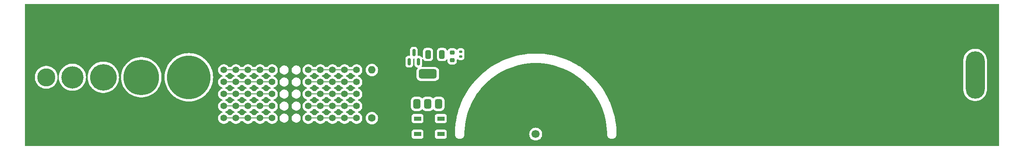
<source format=gtl>
G04 #@! TF.GenerationSoftware,KiCad,Pcbnew,8.0.4*
G04 #@! TF.CreationDate,2024-07-25T21:49:05+08:00*
G04 #@! TF.ProjectId,epd-pcb-ruler,6570642d-7063-4622-9d72-756c65722e6b,rev?*
G04 #@! TF.SameCoordinates,Original*
G04 #@! TF.FileFunction,Copper,L1,Top*
G04 #@! TF.FilePolarity,Positive*
%FSLAX46Y46*%
G04 Gerber Fmt 4.6, Leading zero omitted, Abs format (unit mm)*
G04 Created by KiCad (PCBNEW 8.0.4) date 2024-07-25 21:49:05*
%MOMM*%
%LPD*%
G01*
G04 APERTURE LIST*
G04 Aperture macros list*
%AMRoundRect*
0 Rectangle with rounded corners*
0 $1 Rounding radius*
0 $2 $3 $4 $5 $6 $7 $8 $9 X,Y pos of 4 corners*
0 Add a 4 corners polygon primitive as box body*
4,1,4,$2,$3,$4,$5,$6,$7,$8,$9,$2,$3,0*
0 Add four circle primitives for the rounded corners*
1,1,$1+$1,$2,$3*
1,1,$1+$1,$4,$5*
1,1,$1+$1,$6,$7*
1,1,$1+$1,$8,$9*
0 Add four rect primitives between the rounded corners*
20,1,$1+$1,$2,$3,$4,$5,0*
20,1,$1+$1,$4,$5,$6,$7,0*
20,1,$1+$1,$6,$7,$8,$9,0*
20,1,$1+$1,$8,$9,$2,$3,0*%
G04 Aperture macros list end*
G04 #@! TA.AperFunction,SMDPad,CuDef*
%ADD10RoundRect,0.250000X0.325000X0.650000X-0.325000X0.650000X-0.325000X-0.650000X0.325000X-0.650000X0*%
G04 #@! TD*
G04 #@! TA.AperFunction,ComponentPad*
%ADD11C,1.400000*%
G04 #@! TD*
G04 #@! TA.AperFunction,WasherPad*
%ADD12RoundRect,2.000000X-0.000010X-3.000000X0.000010X-3.000000X0.000010X3.000000X-0.000010X3.000000X0*%
G04 #@! TD*
G04 #@! TA.AperFunction,SMDPad,CuDef*
%ADD13RoundRect,0.375000X0.375000X-0.625000X0.375000X0.625000X-0.375000X0.625000X-0.375000X-0.625000X0*%
G04 #@! TD*
G04 #@! TA.AperFunction,SMDPad,CuDef*
%ADD14RoundRect,0.500000X1.400000X-0.500000X1.400000X0.500000X-1.400000X0.500000X-1.400000X-0.500000X0*%
G04 #@! TD*
G04 #@! TA.AperFunction,ComponentPad*
%ADD15C,9.200000*%
G04 #@! TD*
G04 #@! TA.AperFunction,SMDPad,CuDef*
%ADD16RoundRect,0.225000X-0.250000X0.225000X-0.250000X-0.225000X0.250000X-0.225000X0.250000X0.225000X0*%
G04 #@! TD*
G04 #@! TA.AperFunction,ComponentPad*
%ADD17C,3.800000*%
G04 #@! TD*
G04 #@! TA.AperFunction,SMDPad,CuDef*
%ADD18RoundRect,0.150000X0.150000X-0.587500X0.150000X0.587500X-0.150000X0.587500X-0.150000X-0.587500X0*%
G04 #@! TD*
G04 #@! TA.AperFunction,ComponentPad*
%ADD19C,1.600000*%
G04 #@! TD*
G04 #@! TA.AperFunction,ComponentPad*
%ADD20O,1.600000X1.600000*%
G04 #@! TD*
G04 #@! TA.AperFunction,ComponentPad*
%ADD21C,5.600000*%
G04 #@! TD*
G04 #@! TA.AperFunction,SMDPad,CuDef*
%ADD22RoundRect,0.140000X-0.170000X0.140000X-0.170000X-0.140000X0.170000X-0.140000X0.170000X0.140000X0*%
G04 #@! TD*
G04 #@! TA.AperFunction,SMDPad,CuDef*
%ADD23R,1.500000X0.900000*%
G04 #@! TD*
G04 #@! TA.AperFunction,ComponentPad*
%ADD24C,4.700000*%
G04 #@! TD*
G04 #@! TA.AperFunction,ComponentPad*
%ADD25C,7.500000*%
G04 #@! TD*
G04 #@! TA.AperFunction,ViaPad*
%ADD26C,1.700000*%
G04 #@! TD*
G04 #@! TA.AperFunction,Conductor*
%ADD27C,0.200000*%
G04 #@! TD*
G04 APERTURE END LIST*
D10*
X124335001Y-94520000D03*
X121384999Y-94520000D03*
D11*
X78425000Y-97779500D03*
X78425000Y-100319500D03*
X78425000Y-102859500D03*
X78425000Y-105399500D03*
X78425000Y-107939500D03*
X80965000Y-97779500D03*
X80965000Y-100319500D03*
X80965000Y-102859500D03*
X80965000Y-105399500D03*
X80965000Y-107939500D03*
X83505000Y-97779500D03*
X83505000Y-100319500D03*
X83505000Y-102859500D03*
X83505000Y-105399500D03*
X83505000Y-107939500D03*
X86045000Y-97779500D03*
X86045000Y-100319500D03*
X86045000Y-102859500D03*
X86045000Y-105399500D03*
X86045000Y-107939500D03*
X88585000Y-97779500D03*
X88585000Y-100319500D03*
X88585000Y-102859500D03*
X88585000Y-105399500D03*
X88585000Y-107939500D03*
X96205000Y-97779500D03*
X96205000Y-100319500D03*
X96205000Y-102859500D03*
X96205000Y-105399500D03*
X96205000Y-107939500D03*
X98745000Y-97779500D03*
X98745000Y-100319500D03*
X98745000Y-102859500D03*
X98745000Y-105399500D03*
X98745000Y-107939500D03*
X101285000Y-97779500D03*
X101285000Y-100319500D03*
X101285000Y-102859500D03*
X101285000Y-105399500D03*
X101285000Y-107939500D03*
X103825000Y-97779500D03*
X103825000Y-100319500D03*
X103825000Y-102859500D03*
X103825000Y-105399500D03*
X103825000Y-107939500D03*
X106365000Y-97779500D03*
X106365000Y-100319500D03*
X106365000Y-102859500D03*
X106365000Y-105399500D03*
X106365000Y-107939500D03*
D12*
X236524286Y-98820000D03*
D13*
X119040000Y-104930000D03*
X121340000Y-104929999D03*
X123640000Y-104930000D03*
D14*
X121340000Y-98630001D03*
D15*
X71060000Y-99320000D03*
D16*
X126480000Y-94129998D03*
X126480000Y-95679998D03*
D17*
X41060000Y-99320000D03*
D18*
X117460000Y-96017500D03*
X119360000Y-96017500D03*
X118410000Y-94142499D03*
D19*
X109585000Y-107939500D03*
D20*
X109585000Y-97779500D03*
D21*
X53060000Y-99320000D03*
D22*
X128260000Y-93949998D03*
X128260000Y-94909998D03*
D23*
X119190000Y-108030000D03*
X119190000Y-111330000D03*
X124090000Y-111330000D03*
X124090000Y-108030000D03*
D24*
X46560000Y-99320000D03*
D25*
X61060000Y-99320000D03*
D26*
X144060000Y-111320000D03*
D27*
X88585000Y-105399500D02*
X78425000Y-105399500D01*
X78425000Y-97779500D02*
X88585000Y-97779500D01*
X106365000Y-102859500D02*
X96205000Y-102859500D01*
X106365000Y-97779500D02*
X96205000Y-97779500D01*
X88585000Y-100319500D02*
X78425000Y-100319500D01*
X96205000Y-105399500D02*
X106365000Y-105399500D01*
X106365000Y-107939500D02*
X96205000Y-107939500D01*
X78425000Y-102859500D02*
X88585000Y-102859500D01*
X78425000Y-107939500D02*
X88585000Y-107939500D01*
X96205000Y-100319500D02*
X106365000Y-100319500D01*
G04 #@! TA.AperFunction,NonConductor*
G36*
X241503039Y-83839685D02*
G01*
X241548794Y-83892489D01*
X241560000Y-83944000D01*
X241560000Y-113696000D01*
X241540315Y-113763039D01*
X241487511Y-113808794D01*
X241436000Y-113820000D01*
X36684000Y-113820000D01*
X36616961Y-113800315D01*
X36571206Y-113747511D01*
X36560000Y-113696000D01*
X36560000Y-110832135D01*
X117939500Y-110832135D01*
X117939500Y-111827870D01*
X117939501Y-111827876D01*
X117945908Y-111887483D01*
X117996202Y-112022328D01*
X117996206Y-112022335D01*
X118082452Y-112137544D01*
X118082455Y-112137547D01*
X118197664Y-112223793D01*
X118197671Y-112223797D01*
X118332517Y-112274091D01*
X118332516Y-112274091D01*
X118339444Y-112274835D01*
X118392127Y-112280500D01*
X119987872Y-112280499D01*
X120047483Y-112274091D01*
X120182331Y-112223796D01*
X120297546Y-112137546D01*
X120383796Y-112022331D01*
X120434091Y-111887483D01*
X120440500Y-111827873D01*
X120440499Y-110832135D01*
X122839500Y-110832135D01*
X122839500Y-111827870D01*
X122839501Y-111827876D01*
X122845908Y-111887483D01*
X122896202Y-112022328D01*
X122896206Y-112022335D01*
X122982452Y-112137544D01*
X122982455Y-112137547D01*
X123097664Y-112223793D01*
X123097671Y-112223797D01*
X123232517Y-112274091D01*
X123232516Y-112274091D01*
X123239444Y-112274835D01*
X123292127Y-112280500D01*
X124887872Y-112280499D01*
X124947483Y-112274091D01*
X125082331Y-112223796D01*
X125197546Y-112137546D01*
X125283796Y-112022331D01*
X125334091Y-111887483D01*
X125340500Y-111827873D01*
X125340499Y-111320001D01*
X127060000Y-111320001D01*
X127062407Y-111418252D01*
X127062408Y-111418261D01*
X127100742Y-111610979D01*
X127100744Y-111610987D01*
X127175943Y-111792533D01*
X127175948Y-111792543D01*
X127285118Y-111955927D01*
X127285121Y-111955931D01*
X127424068Y-112094878D01*
X127424072Y-112094881D01*
X127587456Y-112204051D01*
X127587460Y-112204053D01*
X127587463Y-112204055D01*
X127769013Y-112279256D01*
X127961741Y-112317592D01*
X127961744Y-112317593D01*
X128158254Y-112317593D01*
X128158256Y-112317593D01*
X128158257Y-112317592D01*
X128350987Y-112279256D01*
X128532537Y-112204055D01*
X128695928Y-112094881D01*
X128834881Y-111955928D01*
X128944055Y-111792537D01*
X129019256Y-111610987D01*
X129057593Y-111418254D01*
X129060000Y-111320000D01*
X129060000Y-111319999D01*
X142704341Y-111319999D01*
X142704341Y-111320000D01*
X142724936Y-111555403D01*
X142724938Y-111555413D01*
X142786094Y-111783655D01*
X142786096Y-111783659D01*
X142786097Y-111783663D01*
X142834509Y-111887482D01*
X142885965Y-111997830D01*
X142885967Y-111997834D01*
X142953919Y-112094878D01*
X143021505Y-112191401D01*
X143188599Y-112358495D01*
X143285384Y-112426265D01*
X143382165Y-112494032D01*
X143382167Y-112494033D01*
X143382170Y-112494035D01*
X143596337Y-112593903D01*
X143824592Y-112655063D01*
X144012918Y-112671539D01*
X144059999Y-112675659D01*
X144060000Y-112675659D01*
X144060001Y-112675659D01*
X144099234Y-112672226D01*
X144295408Y-112655063D01*
X144523663Y-112593903D01*
X144737830Y-112494035D01*
X144931401Y-112358495D01*
X145098495Y-112191401D01*
X145234035Y-111997830D01*
X145333903Y-111783663D01*
X145395063Y-111555408D01*
X145415659Y-111320000D01*
X145395063Y-111084592D01*
X145333903Y-110856337D01*
X145234035Y-110642171D01*
X145230880Y-110637664D01*
X145098494Y-110448597D01*
X144931402Y-110281506D01*
X144931395Y-110281501D01*
X144737834Y-110145967D01*
X144737830Y-110145965D01*
X144737828Y-110145964D01*
X144523663Y-110046097D01*
X144523659Y-110046096D01*
X144523655Y-110046094D01*
X144295413Y-109984938D01*
X144295403Y-109984936D01*
X144060001Y-109964341D01*
X144059999Y-109964341D01*
X143824596Y-109984936D01*
X143824586Y-109984938D01*
X143596344Y-110046094D01*
X143596335Y-110046098D01*
X143382171Y-110145964D01*
X143382169Y-110145965D01*
X143188597Y-110281505D01*
X143021505Y-110448597D01*
X142885965Y-110642169D01*
X142885964Y-110642171D01*
X142786098Y-110856335D01*
X142786094Y-110856344D01*
X142724938Y-111084586D01*
X142724936Y-111084596D01*
X142704341Y-111319999D01*
X129060000Y-111319999D01*
X129062468Y-110936488D01*
X129062626Y-110930985D01*
X129102094Y-110165332D01*
X129102582Y-110159026D01*
X129181367Y-109396849D01*
X129182179Y-109390579D01*
X129300098Y-108633457D01*
X129301231Y-108627243D01*
X129457967Y-107877204D01*
X129459419Y-107871049D01*
X129654553Y-107130098D01*
X129656324Y-107124010D01*
X129889347Y-106394068D01*
X129891432Y-106388075D01*
X130161714Y-105671118D01*
X130164118Y-105665210D01*
X130179014Y-105631125D01*
X130470939Y-104963143D01*
X130473631Y-104957392D01*
X130816202Y-104272019D01*
X130819187Y-104266413D01*
X131196578Y-103599600D01*
X131199862Y-103594132D01*
X131611079Y-102947630D01*
X131614625Y-102942362D01*
X132058571Y-102317898D01*
X132062403Y-102312791D01*
X132381991Y-101909000D01*
X132537916Y-101711993D01*
X132541973Y-101707130D01*
X133047818Y-101131572D01*
X133052083Y-101126963D01*
X133586874Y-100578221D01*
X133591443Y-100573769D01*
X133626809Y-100541035D01*
X134153746Y-100053308D01*
X134158515Y-100049118D01*
X134746885Y-99558277D01*
X134751841Y-99554355D01*
X135364726Y-99094435D01*
X135369859Y-99090786D01*
X136005610Y-98663025D01*
X136010924Y-98659645D01*
X136667847Y-98265182D01*
X136673341Y-98262072D01*
X137349691Y-97901954D01*
X137355344Y-97899128D01*
X138049322Y-97574311D01*
X138055134Y-97571771D01*
X138764908Y-97283112D01*
X138770813Y-97280886D01*
X139494542Y-97029136D01*
X139500545Y-97027219D01*
X140236258Y-96813064D01*
X140242390Y-96811449D01*
X140988112Y-96635461D01*
X140994343Y-96634158D01*
X141748130Y-96496794D01*
X141754403Y-96495816D01*
X142514304Y-96397432D01*
X142520589Y-96396783D01*
X143284537Y-96337648D01*
X143290844Y-96337322D01*
X144056816Y-96317595D01*
X144063184Y-96317595D01*
X144829153Y-96337322D01*
X144835464Y-96337648D01*
X145599406Y-96396783D01*
X145605699Y-96397433D01*
X146365590Y-96495816D01*
X146371875Y-96496795D01*
X147125646Y-96634157D01*
X147131895Y-96635462D01*
X147877599Y-96811447D01*
X147883751Y-96813067D01*
X148619443Y-97027216D01*
X148625468Y-97029139D01*
X149349173Y-97280881D01*
X149355103Y-97283117D01*
X150047485Y-97564703D01*
X150064845Y-97571763D01*
X150070691Y-97574318D01*
X150764639Y-97899121D01*
X150770323Y-97901962D01*
X151446641Y-98262063D01*
X151452168Y-98265191D01*
X152109057Y-98659634D01*
X152114407Y-98663037D01*
X152750113Y-99090768D01*
X152755290Y-99094448D01*
X153368139Y-99554341D01*
X153373130Y-99558291D01*
X153961470Y-100049106D01*
X153966266Y-100053321D01*
X154528556Y-100573769D01*
X154533129Y-100578226D01*
X154719763Y-100769728D01*
X155067897Y-101126943D01*
X155072200Y-101131593D01*
X155576266Y-101705127D01*
X155578001Y-101707101D01*
X155582092Y-101712005D01*
X156057596Y-102312791D01*
X156061428Y-102317898D01*
X156505374Y-102942362D01*
X156508939Y-102947660D01*
X156920137Y-103594132D01*
X156923424Y-103599606D01*
X157300803Y-104266398D01*
X157303804Y-104272034D01*
X157646360Y-104957376D01*
X157649067Y-104963160D01*
X157955881Y-105665210D01*
X157958287Y-105671125D01*
X158228560Y-106388056D01*
X158230658Y-106394087D01*
X158463668Y-107123989D01*
X158465452Y-107130120D01*
X158660572Y-107871019D01*
X158662039Y-107877234D01*
X158818761Y-108627209D01*
X158819906Y-108633490D01*
X158937815Y-109390547D01*
X158938635Y-109396880D01*
X159017414Y-110158995D01*
X159017907Y-110165362D01*
X159057371Y-110930944D01*
X159057532Y-110936529D01*
X159059999Y-111319965D01*
X159062407Y-111418252D01*
X159062408Y-111418261D01*
X159100742Y-111610979D01*
X159100744Y-111610987D01*
X159175943Y-111792533D01*
X159175948Y-111792543D01*
X159285118Y-111955927D01*
X159285121Y-111955931D01*
X159424068Y-112094878D01*
X159424072Y-112094881D01*
X159587456Y-112204051D01*
X159587460Y-112204053D01*
X159587463Y-112204055D01*
X159769013Y-112279256D01*
X159961741Y-112317592D01*
X159961744Y-112317593D01*
X160158254Y-112317593D01*
X160158256Y-112317593D01*
X160158257Y-112317592D01*
X160350987Y-112279256D01*
X160532537Y-112204055D01*
X160695928Y-112094881D01*
X160834881Y-111955928D01*
X160944055Y-111792537D01*
X161019256Y-111610987D01*
X161057593Y-111418254D01*
X161060000Y-111320000D01*
X161057518Y-110909156D01*
X161017820Y-110088429D01*
X160938515Y-109270577D01*
X160819790Y-108457512D01*
X160661922Y-107651133D01*
X160465280Y-106853322D01*
X160315086Y-106349999D01*
X160230328Y-106065963D01*
X160230325Y-106065956D01*
X160230322Y-106065944D01*
X159957597Y-105290837D01*
X159647743Y-104529811D01*
X159627165Y-104485527D01*
X159301490Y-103784659D01*
X159301489Y-103784658D01*
X159301483Y-103784644D01*
X158919626Y-103057076D01*
X158861030Y-102957447D01*
X158503081Y-102348834D01*
X158503072Y-102348820D01*
X158503064Y-102348806D01*
X158052769Y-101661489D01*
X158052768Y-101661487D01*
X158052756Y-101661470D01*
X157569808Y-100996750D01*
X157569784Y-100996719D01*
X157493340Y-100901537D01*
X157055265Y-100356082D01*
X157055246Y-100356060D01*
X156510399Y-99741055D01*
X156510379Y-99741034D01*
X156483588Y-99713588D01*
X156328132Y-99554328D01*
X155936443Y-99153056D01*
X155936435Y-99153048D01*
X155334735Y-98593462D01*
X155334724Y-98593452D01*
X154716620Y-98071967D01*
X154706703Y-98063600D01*
X154706700Y-98063598D01*
X154706696Y-98063594D01*
X154297569Y-97750968D01*
X154053808Y-97564703D01*
X153377573Y-97097931D01*
X153003206Y-96865396D01*
X152679583Y-96664379D01*
X151961441Y-96265045D01*
X151531953Y-96052708D01*
X151224865Y-95900885D01*
X151224854Y-95900880D01*
X151224841Y-95900874D01*
X150798500Y-95715155D01*
X234023786Y-95715155D01*
X234023786Y-101924844D01*
X234029960Y-102055780D01*
X234029960Y-102055785D01*
X234079179Y-102366543D01*
X234079181Y-102366551D01*
X234166960Y-102668684D01*
X234291918Y-102957447D01*
X234291919Y-102957448D01*
X234452082Y-103228268D01*
X234452087Y-103228274D01*
X234452088Y-103228276D01*
X234452088Y-103228277D01*
X234644923Y-103476879D01*
X234867406Y-103699362D01*
X235116008Y-103892197D01*
X235116012Y-103892199D01*
X235116018Y-103892204D01*
X235386838Y-104052367D01*
X235675597Y-104177324D01*
X235729705Y-104193043D01*
X235977734Y-104265104D01*
X235977742Y-104265106D01*
X236288503Y-104314325D01*
X236419442Y-104320500D01*
X236419446Y-104320500D01*
X236629130Y-104320500D01*
X236703950Y-104316971D01*
X236760069Y-104314325D01*
X236760071Y-104314325D01*
X237070829Y-104265106D01*
X237070837Y-104265104D01*
X237221903Y-104221214D01*
X237372975Y-104177324D01*
X237661734Y-104052367D01*
X237932554Y-103892204D01*
X238177992Y-103701823D01*
X238181165Y-103699362D01*
X238181166Y-103699362D01*
X238403648Y-103476880D01*
X238403648Y-103476879D01*
X238596483Y-103228277D01*
X238596490Y-103228268D01*
X238756653Y-102957448D01*
X238881610Y-102668689D01*
X238952707Y-102423972D01*
X238969390Y-102366551D01*
X238969392Y-102366543D01*
X239018611Y-102055785D01*
X239018611Y-102055780D01*
X239020432Y-102017178D01*
X239023578Y-101950452D01*
X239024786Y-101924844D01*
X239024786Y-95715155D01*
X239018611Y-95584219D01*
X239018611Y-95584214D01*
X238969392Y-95273456D01*
X238969390Y-95273448D01*
X238881611Y-94971315D01*
X238881610Y-94971311D01*
X238756653Y-94682552D01*
X238596490Y-94411732D01*
X238596483Y-94411722D01*
X238403648Y-94163120D01*
X238181165Y-93940637D01*
X237932563Y-93747802D01*
X237932557Y-93747798D01*
X237932554Y-93747796D01*
X237762713Y-93647352D01*
X237661733Y-93587632D01*
X237372970Y-93462674D01*
X237070837Y-93374895D01*
X237070829Y-93374893D01*
X236760068Y-93325674D01*
X236629130Y-93319500D01*
X236629126Y-93319500D01*
X236419446Y-93319500D01*
X236419442Y-93319500D01*
X236288505Y-93325674D01*
X236288500Y-93325674D01*
X235977742Y-93374893D01*
X235977734Y-93374895D01*
X235675601Y-93462674D01*
X235386838Y-93587632D01*
X235225380Y-93683119D01*
X235116018Y-93747796D01*
X235116014Y-93747798D01*
X235116009Y-93747802D01*
X235116008Y-93747802D01*
X234867406Y-93940637D01*
X234867406Y-93940638D01*
X234644924Y-94163120D01*
X234644923Y-94163120D01*
X234452088Y-94411722D01*
X234452088Y-94411723D01*
X234452084Y-94411728D01*
X234452082Y-94411732D01*
X234391834Y-94513606D01*
X234291918Y-94682552D01*
X234166960Y-94971315D01*
X234079181Y-95273448D01*
X234079179Y-95273456D01*
X234029960Y-95584214D01*
X234029960Y-95584219D01*
X234023786Y-95715155D01*
X150798500Y-95715155D01*
X150471558Y-95572735D01*
X149703265Y-95281360D01*
X149703264Y-95281359D01*
X149703257Y-95281357D01*
X149703244Y-95281353D01*
X149703236Y-95281350D01*
X148921796Y-95027445D01*
X148921791Y-95027443D01*
X148921786Y-95027442D01*
X148128960Y-94811579D01*
X147726047Y-94722539D01*
X147326619Y-94634269D01*
X146516697Y-94495939D01*
X146516693Y-94495938D01*
X146516673Y-94495935D01*
X146300349Y-94469668D01*
X145700972Y-94396890D01*
X144881462Y-94337373D01*
X144881440Y-94337372D01*
X144060000Y-94317518D01*
X143238559Y-94337372D01*
X143238537Y-94337373D01*
X142419027Y-94396890D01*
X141678143Y-94486850D01*
X141603327Y-94495935D01*
X141603311Y-94495937D01*
X141603302Y-94495939D01*
X140793380Y-94634269D01*
X139991040Y-94811579D01*
X139198203Y-95027445D01*
X138416763Y-95281350D01*
X138416734Y-95281360D01*
X137648441Y-95572735D01*
X136895158Y-95900874D01*
X136895145Y-95900880D01*
X136158558Y-96265045D01*
X135440416Y-96664379D01*
X134742424Y-97097933D01*
X134066197Y-97564699D01*
X133413303Y-98063594D01*
X133413293Y-98063603D01*
X132785275Y-98593452D01*
X132785264Y-98593462D01*
X132183564Y-99153048D01*
X132183556Y-99153056D01*
X131609620Y-99741034D01*
X131609600Y-99741055D01*
X131064753Y-100356060D01*
X131064738Y-100356078D01*
X131064735Y-100356082D01*
X130934000Y-100518863D01*
X130550215Y-100996719D01*
X130550191Y-100996750D01*
X130067243Y-101661470D01*
X130067228Y-101661492D01*
X129616927Y-102348820D01*
X129616918Y-102348834D01*
X129200384Y-103057057D01*
X128818509Y-103784659D01*
X128472263Y-104529795D01*
X128472255Y-104529813D01*
X128162408Y-105290824D01*
X128162403Y-105290837D01*
X128091230Y-105493117D01*
X127889671Y-106065963D01*
X127654728Y-106853292D01*
X127654721Y-106853318D01*
X127458076Y-107651141D01*
X127300213Y-108457494D01*
X127300211Y-108457504D01*
X127281231Y-108587483D01*
X127185225Y-109244968D01*
X127181485Y-109270579D01*
X127102182Y-110088402D01*
X127102178Y-110088457D01*
X127062482Y-110909145D01*
X127060000Y-111320001D01*
X125340499Y-111320001D01*
X125340499Y-110832128D01*
X125334091Y-110772517D01*
X125285474Y-110642169D01*
X125283797Y-110637671D01*
X125283793Y-110637664D01*
X125197547Y-110522455D01*
X125197544Y-110522452D01*
X125082335Y-110436206D01*
X125082328Y-110436202D01*
X124947482Y-110385908D01*
X124947483Y-110385908D01*
X124887883Y-110379501D01*
X124887881Y-110379500D01*
X124887873Y-110379500D01*
X124887864Y-110379500D01*
X123292129Y-110379500D01*
X123292123Y-110379501D01*
X123232516Y-110385908D01*
X123097671Y-110436202D01*
X123097664Y-110436206D01*
X122982455Y-110522452D01*
X122982452Y-110522455D01*
X122896206Y-110637664D01*
X122896202Y-110637671D01*
X122845908Y-110772517D01*
X122839501Y-110832116D01*
X122839501Y-110832123D01*
X122839500Y-110832135D01*
X120440499Y-110832135D01*
X120440499Y-110832128D01*
X120434091Y-110772517D01*
X120385474Y-110642169D01*
X120383797Y-110637671D01*
X120383793Y-110637664D01*
X120297547Y-110522455D01*
X120297544Y-110522452D01*
X120182335Y-110436206D01*
X120182328Y-110436202D01*
X120047482Y-110385908D01*
X120047483Y-110385908D01*
X119987883Y-110379501D01*
X119987881Y-110379500D01*
X119987873Y-110379500D01*
X119987864Y-110379500D01*
X118392129Y-110379500D01*
X118392123Y-110379501D01*
X118332516Y-110385908D01*
X118197671Y-110436202D01*
X118197664Y-110436206D01*
X118082455Y-110522452D01*
X118082452Y-110522455D01*
X117996206Y-110637664D01*
X117996202Y-110637671D01*
X117945908Y-110772517D01*
X117939501Y-110832116D01*
X117939501Y-110832123D01*
X117939500Y-110832135D01*
X36560000Y-110832135D01*
X36560000Y-99319994D01*
X38654754Y-99319994D01*
X38654754Y-99320005D01*
X38673718Y-99621446D01*
X38673719Y-99621453D01*
X38730320Y-99918164D01*
X38823659Y-100205431D01*
X38823661Y-100205436D01*
X38952265Y-100478732D01*
X38952268Y-100478738D01*
X39114111Y-100733763D01*
X39114114Y-100733767D01*
X39114115Y-100733768D01*
X39284464Y-100939685D01*
X39306652Y-100966505D01*
X39526836Y-101173272D01*
X39526846Y-101173280D01*
X39771193Y-101350808D01*
X39771198Y-101350810D01*
X39771205Y-101350816D01*
X40035896Y-101496332D01*
X40035901Y-101496334D01*
X40035903Y-101496335D01*
X40035904Y-101496336D01*
X40316734Y-101607524D01*
X40316737Y-101607525D01*
X40414259Y-101632564D01*
X40609302Y-101682642D01*
X40739356Y-101699072D01*
X40908963Y-101720499D01*
X40908969Y-101720499D01*
X40908973Y-101720500D01*
X40908975Y-101720500D01*
X41211025Y-101720500D01*
X41211027Y-101720500D01*
X41211032Y-101720499D01*
X41211036Y-101720499D01*
X41332714Y-101705127D01*
X41510698Y-101682642D01*
X41803262Y-101607525D01*
X41839731Y-101593086D01*
X42084095Y-101496336D01*
X42084096Y-101496335D01*
X42084094Y-101496335D01*
X42084104Y-101496332D01*
X42348795Y-101350816D01*
X42593162Y-101173274D01*
X42813349Y-100966504D01*
X43005885Y-100733768D01*
X43167733Y-100478736D01*
X43296341Y-100205430D01*
X43389681Y-99918160D01*
X43446280Y-99621457D01*
X43450503Y-99554341D01*
X43461046Y-99386763D01*
X43484602Y-99321914D01*
X43680528Y-99321914D01*
X43705737Y-99367154D01*
X43708591Y-99387339D01*
X43723976Y-99651484D01*
X43723977Y-99651495D01*
X43781631Y-99978467D01*
X43781634Y-99978481D01*
X43876866Y-100296580D01*
X44008379Y-100601461D01*
X44008385Y-100601474D01*
X44174406Y-100889031D01*
X44372678Y-101155356D01*
X44372683Y-101155362D01*
X44372690Y-101155371D01*
X44600553Y-101396893D01*
X44747267Y-101520000D01*
X44854912Y-101610325D01*
X44854920Y-101610331D01*
X45132330Y-101792787D01*
X45132334Y-101792789D01*
X45429061Y-101941811D01*
X45741082Y-102055377D01*
X45741088Y-102055378D01*
X45741090Y-102055379D01*
X46064161Y-102131949D01*
X46064168Y-102131950D01*
X46064177Y-102131952D01*
X46393977Y-102170500D01*
X46393984Y-102170500D01*
X46726016Y-102170500D01*
X46726023Y-102170500D01*
X47055823Y-102131952D01*
X47055832Y-102131949D01*
X47055838Y-102131949D01*
X47377133Y-102055800D01*
X47378918Y-102055377D01*
X47690939Y-101941811D01*
X47987666Y-101792789D01*
X48204320Y-101650293D01*
X48265079Y-101610331D01*
X48265079Y-101610330D01*
X48265085Y-101610327D01*
X48519447Y-101396893D01*
X48747310Y-101155371D01*
X48945594Y-100889030D01*
X49111617Y-100601470D01*
X49243133Y-100296581D01*
X49338365Y-99978485D01*
X49396024Y-99651484D01*
X49415220Y-99321914D01*
X49415331Y-99320003D01*
X49415331Y-99320000D01*
X49754652Y-99320000D01*
X49772624Y-99651484D01*
X49774028Y-99677368D01*
X49774029Y-99677385D01*
X49831926Y-100030539D01*
X49831932Y-100030565D01*
X49927672Y-100375392D01*
X49927674Y-100375399D01*
X50060142Y-100707870D01*
X50060151Y-100707888D01*
X50227784Y-101024077D01*
X50227787Y-101024082D01*
X50227789Y-101024085D01*
X50402405Y-101281625D01*
X50428634Y-101320309D01*
X50428641Y-101320319D01*
X50595233Y-101516446D01*
X50660332Y-101593086D01*
X50920163Y-101839211D01*
X51205081Y-102055800D01*
X51511747Y-102240315D01*
X51511749Y-102240316D01*
X51511751Y-102240317D01*
X51511755Y-102240319D01*
X51746248Y-102348806D01*
X51836565Y-102390591D01*
X52175726Y-102504868D01*
X52525254Y-102581805D01*
X52881052Y-102620500D01*
X52881058Y-102620500D01*
X53238942Y-102620500D01*
X53238948Y-102620500D01*
X53594746Y-102581805D01*
X53944274Y-102504868D01*
X54283435Y-102390591D01*
X54608253Y-102240315D01*
X54914919Y-102055800D01*
X55199837Y-101839211D01*
X55459668Y-101593086D01*
X55691365Y-101320311D01*
X55892211Y-101024085D01*
X56059853Y-100707880D01*
X56192324Y-100375403D01*
X56288071Y-100030552D01*
X56319128Y-99841110D01*
X56345970Y-99677385D01*
X56345970Y-99677382D01*
X56345972Y-99677371D01*
X56365348Y-99320000D01*
X56804680Y-99320000D01*
X56823948Y-99724498D01*
X56881579Y-100125326D01*
X56977050Y-100518863D01*
X56977053Y-100518874D01*
X57109492Y-100901533D01*
X57109494Y-100901537D01*
X57277717Y-101269892D01*
X57277725Y-101269908D01*
X57480200Y-101620606D01*
X57480206Y-101620614D01*
X57715083Y-101950452D01*
X57715092Y-101950462D01*
X57715093Y-101950464D01*
X57980280Y-102256507D01*
X58273358Y-102535956D01*
X58591672Y-102786281D01*
X58932340Y-103005215D01*
X59292276Y-103190775D01*
X59292281Y-103190777D01*
X59292283Y-103190778D01*
X59479444Y-103265706D01*
X59668221Y-103341281D01*
X60056770Y-103455369D01*
X60454405Y-103532007D01*
X60857524Y-103570500D01*
X60857530Y-103570500D01*
X61262470Y-103570500D01*
X61262476Y-103570500D01*
X61665595Y-103532007D01*
X62063230Y-103455369D01*
X62451779Y-103341281D01*
X62827724Y-103190775D01*
X63187660Y-103005215D01*
X63528328Y-102786281D01*
X63846642Y-102535956D01*
X64139720Y-102256507D01*
X64404907Y-101950464D01*
X64408425Y-101945525D01*
X64639793Y-101620614D01*
X64639799Y-101620606D01*
X64639800Y-101620603D01*
X64639803Y-101620600D01*
X64842279Y-101269900D01*
X65010503Y-100901543D01*
X65010505Y-100901536D01*
X65010507Y-100901533D01*
X65142946Y-100518874D01*
X65142946Y-100518871D01*
X65142950Y-100518862D01*
X65238421Y-100125325D01*
X65296052Y-99724494D01*
X65315320Y-99320000D01*
X65954641Y-99320000D01*
X65974067Y-99764959D01*
X66032201Y-100206523D01*
X66032202Y-100206532D01*
X66128603Y-100641369D01*
X66262533Y-101066139D01*
X66262538Y-101066152D01*
X66432974Y-101477622D01*
X66638623Y-101872670D01*
X66638627Y-101872676D01*
X66638629Y-101872680D01*
X66688183Y-101950464D01*
X66877937Y-102248318D01*
X67149062Y-102601655D01*
X67149066Y-102601660D01*
X67449965Y-102930033D01*
X67449966Y-102930034D01*
X67778339Y-103230933D01*
X67778344Y-103230937D01*
X68131681Y-103502062D01*
X68131686Y-103502065D01*
X68507320Y-103741371D01*
X68507330Y-103741376D01*
X68507329Y-103741376D01*
X68902377Y-103947025D01*
X69078381Y-104019928D01*
X69313864Y-104117468D01*
X69738636Y-104251398D01*
X70173464Y-104347797D01*
X70615039Y-104405932D01*
X71060000Y-104425359D01*
X71504961Y-104405932D01*
X71946536Y-104347797D01*
X72381364Y-104251398D01*
X72806136Y-104117468D01*
X73217618Y-103947027D01*
X73612680Y-103741371D01*
X73988314Y-103502065D01*
X74341662Y-103230932D01*
X74670034Y-102930034D01*
X74970932Y-102601662D01*
X75242065Y-102248314D01*
X75481371Y-101872680D01*
X75664964Y-101520000D01*
X75687025Y-101477622D01*
X75688578Y-101473873D01*
X75857468Y-101066136D01*
X75991398Y-100641364D01*
X76087797Y-100206536D01*
X76145932Y-99764961D01*
X76165359Y-99320000D01*
X76145932Y-98875039D01*
X76087797Y-98433464D01*
X75991398Y-97998636D01*
X75922304Y-97779499D01*
X77219357Y-97779499D01*
X77219357Y-97779500D01*
X77239884Y-98001035D01*
X77239885Y-98001037D01*
X77300769Y-98215023D01*
X77300775Y-98215038D01*
X77399938Y-98414183D01*
X77399943Y-98414191D01*
X77534020Y-98591738D01*
X77698437Y-98741623D01*
X77698439Y-98741625D01*
X77887595Y-98858745D01*
X77887596Y-98858745D01*
X77887599Y-98858747D01*
X78081524Y-98933874D01*
X78136924Y-98976446D01*
X78160515Y-99042213D01*
X78144804Y-99110293D01*
X78094780Y-99159072D01*
X78081533Y-99165122D01*
X77933488Y-99222475D01*
X77887601Y-99240252D01*
X77887595Y-99240254D01*
X77698439Y-99357374D01*
X77698437Y-99357376D01*
X77534020Y-99507261D01*
X77399943Y-99684808D01*
X77399938Y-99684816D01*
X77300775Y-99883961D01*
X77300769Y-99883976D01*
X77239885Y-100097962D01*
X77239884Y-100097964D01*
X77219357Y-100319499D01*
X77219357Y-100319500D01*
X77239884Y-100541035D01*
X77239885Y-100541037D01*
X77300769Y-100755023D01*
X77300775Y-100755038D01*
X77399938Y-100954183D01*
X77399943Y-100954191D01*
X77534020Y-101131738D01*
X77698437Y-101281623D01*
X77698439Y-101281625D01*
X77887595Y-101398745D01*
X77887596Y-101398745D01*
X77887599Y-101398747D01*
X78081524Y-101473874D01*
X78136924Y-101516446D01*
X78160515Y-101582213D01*
X78144804Y-101650293D01*
X78094780Y-101699072D01*
X78081533Y-101705122D01*
X77933488Y-101762475D01*
X77887601Y-101780252D01*
X77887595Y-101780254D01*
X77698439Y-101897374D01*
X77698437Y-101897376D01*
X77534020Y-102047261D01*
X77399943Y-102224808D01*
X77399938Y-102224816D01*
X77300775Y-102423961D01*
X77300769Y-102423976D01*
X77239885Y-102637962D01*
X77239884Y-102637964D01*
X77219357Y-102859499D01*
X77219357Y-102859500D01*
X77239884Y-103081035D01*
X77239885Y-103081037D01*
X77300769Y-103295023D01*
X77300775Y-103295038D01*
X77399938Y-103494183D01*
X77399943Y-103494191D01*
X77534020Y-103671738D01*
X77698437Y-103821623D01*
X77698439Y-103821625D01*
X77887595Y-103938745D01*
X77887596Y-103938745D01*
X77887599Y-103938747D01*
X78081524Y-104013874D01*
X78136924Y-104056446D01*
X78160515Y-104122213D01*
X78144804Y-104190293D01*
X78094780Y-104239072D01*
X78081533Y-104245122D01*
X77933488Y-104302475D01*
X77887601Y-104320252D01*
X77887595Y-104320254D01*
X77698439Y-104437374D01*
X77698437Y-104437376D01*
X77534020Y-104587261D01*
X77399943Y-104764808D01*
X77399938Y-104764816D01*
X77300775Y-104963961D01*
X77300769Y-104963976D01*
X77239885Y-105177962D01*
X77239884Y-105177964D01*
X77219357Y-105399499D01*
X77219357Y-105399500D01*
X77239884Y-105621035D01*
X77239885Y-105621037D01*
X77300769Y-105835023D01*
X77300775Y-105835038D01*
X77399938Y-106034183D01*
X77399943Y-106034191D01*
X77534020Y-106211738D01*
X77698437Y-106361623D01*
X77698439Y-106361625D01*
X77887595Y-106478745D01*
X77887596Y-106478745D01*
X77887599Y-106478747D01*
X78081524Y-106553874D01*
X78136924Y-106596446D01*
X78160515Y-106662213D01*
X78144804Y-106730293D01*
X78094780Y-106779072D01*
X78081533Y-106785122D01*
X77933488Y-106842475D01*
X77887601Y-106860252D01*
X77887595Y-106860254D01*
X77698439Y-106977374D01*
X77698437Y-106977376D01*
X77534020Y-107127261D01*
X77399943Y-107304808D01*
X77399938Y-107304816D01*
X77300775Y-107503961D01*
X77300769Y-107503976D01*
X77239885Y-107717962D01*
X77239884Y-107717964D01*
X77219357Y-107939499D01*
X77219357Y-107939500D01*
X77239884Y-108161035D01*
X77239885Y-108161037D01*
X77300769Y-108375023D01*
X77300775Y-108375038D01*
X77399938Y-108574183D01*
X77399943Y-108574191D01*
X77534020Y-108751738D01*
X77698437Y-108901623D01*
X77698439Y-108901625D01*
X77887595Y-109018745D01*
X77887596Y-109018745D01*
X77887599Y-109018747D01*
X78095060Y-109099118D01*
X78313757Y-109140000D01*
X78313759Y-109140000D01*
X78536241Y-109140000D01*
X78536243Y-109140000D01*
X78754940Y-109099118D01*
X78962401Y-109018747D01*
X79151562Y-108901624D01*
X79315981Y-108751736D01*
X79438667Y-108589272D01*
X79494776Y-108547637D01*
X79537621Y-108540000D01*
X79852379Y-108540000D01*
X79919418Y-108559685D01*
X79951332Y-108589272D01*
X79953569Y-108592234D01*
X80074020Y-108751738D01*
X80238437Y-108901623D01*
X80238439Y-108901625D01*
X80427595Y-109018745D01*
X80427596Y-109018745D01*
X80427599Y-109018747D01*
X80635060Y-109099118D01*
X80853757Y-109140000D01*
X80853759Y-109140000D01*
X81076241Y-109140000D01*
X81076243Y-109140000D01*
X81294940Y-109099118D01*
X81502401Y-109018747D01*
X81691562Y-108901624D01*
X81855981Y-108751736D01*
X81978667Y-108589272D01*
X82034776Y-108547637D01*
X82077621Y-108540000D01*
X82392379Y-108540000D01*
X82459418Y-108559685D01*
X82491332Y-108589272D01*
X82493569Y-108592234D01*
X82614020Y-108751738D01*
X82778437Y-108901623D01*
X82778439Y-108901625D01*
X82967595Y-109018745D01*
X82967596Y-109018745D01*
X82967599Y-109018747D01*
X83175060Y-109099118D01*
X83393757Y-109140000D01*
X83393759Y-109140000D01*
X83616241Y-109140000D01*
X83616243Y-109140000D01*
X83834940Y-109099118D01*
X84042401Y-109018747D01*
X84231562Y-108901624D01*
X84395981Y-108751736D01*
X84518667Y-108589272D01*
X84574776Y-108547637D01*
X84617621Y-108540000D01*
X84932379Y-108540000D01*
X84999418Y-108559685D01*
X85031332Y-108589272D01*
X85033569Y-108592234D01*
X85154020Y-108751738D01*
X85318437Y-108901623D01*
X85318439Y-108901625D01*
X85507595Y-109018745D01*
X85507596Y-109018745D01*
X85507599Y-109018747D01*
X85715060Y-109099118D01*
X85933757Y-109140000D01*
X85933759Y-109140000D01*
X86156241Y-109140000D01*
X86156243Y-109140000D01*
X86374940Y-109099118D01*
X86582401Y-109018747D01*
X86771562Y-108901624D01*
X86935981Y-108751736D01*
X87058667Y-108589272D01*
X87114776Y-108547637D01*
X87157621Y-108540000D01*
X87472379Y-108540000D01*
X87539418Y-108559685D01*
X87571332Y-108589272D01*
X87573569Y-108592234D01*
X87694020Y-108751738D01*
X87858437Y-108901623D01*
X87858439Y-108901625D01*
X88047595Y-109018745D01*
X88047596Y-109018745D01*
X88047599Y-109018747D01*
X88255060Y-109099118D01*
X88473757Y-109140000D01*
X88473759Y-109140000D01*
X88696241Y-109140000D01*
X88696243Y-109140000D01*
X88914940Y-109099118D01*
X89122401Y-109018747D01*
X89311562Y-108901624D01*
X89475981Y-108751736D01*
X89610058Y-108574189D01*
X89709229Y-108375028D01*
X89770115Y-108161036D01*
X89790643Y-107939500D01*
X89781968Y-107845879D01*
X90174500Y-107845879D01*
X90174500Y-108033120D01*
X90211025Y-108216743D01*
X90211027Y-108216751D01*
X90282676Y-108389728D01*
X90282681Y-108389737D01*
X90386697Y-108545407D01*
X90386700Y-108545411D01*
X90519088Y-108677799D01*
X90519092Y-108677802D01*
X90674762Y-108781818D01*
X90674768Y-108781821D01*
X90674769Y-108781822D01*
X90847749Y-108853473D01*
X91031379Y-108889999D01*
X91031383Y-108890000D01*
X91031384Y-108890000D01*
X91218617Y-108890000D01*
X91218618Y-108889999D01*
X91402251Y-108853473D01*
X91575231Y-108781822D01*
X91730908Y-108677802D01*
X91863302Y-108545408D01*
X91967322Y-108389731D01*
X92038973Y-108216751D01*
X92075500Y-108033116D01*
X92075500Y-107845884D01*
X92075499Y-107845879D01*
X92714500Y-107845879D01*
X92714500Y-108033120D01*
X92751025Y-108216743D01*
X92751027Y-108216751D01*
X92822676Y-108389728D01*
X92822681Y-108389737D01*
X92926697Y-108545407D01*
X92926700Y-108545411D01*
X93059088Y-108677799D01*
X93059092Y-108677802D01*
X93214762Y-108781818D01*
X93214768Y-108781821D01*
X93214769Y-108781822D01*
X93387749Y-108853473D01*
X93571379Y-108889999D01*
X93571383Y-108890000D01*
X93571384Y-108890000D01*
X93758617Y-108890000D01*
X93758618Y-108889999D01*
X93942251Y-108853473D01*
X94115231Y-108781822D01*
X94270908Y-108677802D01*
X94403302Y-108545408D01*
X94507322Y-108389731D01*
X94578973Y-108216751D01*
X94615500Y-108033116D01*
X94615500Y-107845884D01*
X94578973Y-107662249D01*
X94507322Y-107489269D01*
X94507321Y-107489268D01*
X94507318Y-107489262D01*
X94403302Y-107333592D01*
X94403299Y-107333588D01*
X94270911Y-107201200D01*
X94270907Y-107201197D01*
X94115237Y-107097181D01*
X94115228Y-107097176D01*
X93942251Y-107025527D01*
X93942243Y-107025525D01*
X93758620Y-106989000D01*
X93758616Y-106989000D01*
X93571384Y-106989000D01*
X93571379Y-106989000D01*
X93387756Y-107025525D01*
X93387748Y-107025527D01*
X93214771Y-107097176D01*
X93214762Y-107097181D01*
X93059092Y-107201197D01*
X93059088Y-107201200D01*
X92926700Y-107333588D01*
X92926697Y-107333592D01*
X92822681Y-107489262D01*
X92822676Y-107489271D01*
X92751027Y-107662248D01*
X92751025Y-107662256D01*
X92714500Y-107845879D01*
X92075499Y-107845879D01*
X92038973Y-107662249D01*
X91967322Y-107489269D01*
X91967321Y-107489268D01*
X91967318Y-107489262D01*
X91863302Y-107333592D01*
X91863299Y-107333588D01*
X91730911Y-107201200D01*
X91730907Y-107201197D01*
X91575237Y-107097181D01*
X91575228Y-107097176D01*
X91402251Y-107025527D01*
X91402243Y-107025525D01*
X91218620Y-106989000D01*
X91218616Y-106989000D01*
X91031384Y-106989000D01*
X91031379Y-106989000D01*
X90847756Y-107025525D01*
X90847748Y-107025527D01*
X90674771Y-107097176D01*
X90674762Y-107097181D01*
X90519092Y-107201197D01*
X90519088Y-107201200D01*
X90386700Y-107333588D01*
X90386697Y-107333592D01*
X90282681Y-107489262D01*
X90282676Y-107489271D01*
X90211027Y-107662248D01*
X90211025Y-107662256D01*
X90174500Y-107845879D01*
X89781968Y-107845879D01*
X89770115Y-107717964D01*
X89709229Y-107503972D01*
X89709224Y-107503961D01*
X89610061Y-107304816D01*
X89610056Y-107304808D01*
X89475979Y-107127261D01*
X89311562Y-106977376D01*
X89311560Y-106977374D01*
X89122404Y-106860254D01*
X89122395Y-106860250D01*
X89028956Y-106824052D01*
X88928475Y-106785125D01*
X88873075Y-106742554D01*
X88849484Y-106676788D01*
X88865195Y-106608707D01*
X88915219Y-106559928D01*
X88928466Y-106553877D01*
X89122401Y-106478747D01*
X89311562Y-106361624D01*
X89475981Y-106211736D01*
X89610058Y-106034189D01*
X89709229Y-105835028D01*
X89770115Y-105621036D01*
X89790643Y-105399500D01*
X89781968Y-105305879D01*
X90174500Y-105305879D01*
X90174500Y-105493120D01*
X90211025Y-105676743D01*
X90211027Y-105676751D01*
X90282676Y-105849728D01*
X90282681Y-105849737D01*
X90386697Y-106005407D01*
X90386700Y-106005411D01*
X90519088Y-106137799D01*
X90519092Y-106137802D01*
X90674762Y-106241818D01*
X90674768Y-106241821D01*
X90674769Y-106241822D01*
X90847749Y-106313473D01*
X91031379Y-106349999D01*
X91031383Y-106350000D01*
X91031384Y-106350000D01*
X91218617Y-106350000D01*
X91218618Y-106349999D01*
X91402251Y-106313473D01*
X91575231Y-106241822D01*
X91730908Y-106137802D01*
X91863302Y-106005408D01*
X91967322Y-105849731D01*
X92038973Y-105676751D01*
X92075500Y-105493116D01*
X92075500Y-105305884D01*
X92075499Y-105305879D01*
X92714500Y-105305879D01*
X92714500Y-105493120D01*
X92751025Y-105676743D01*
X92751027Y-105676751D01*
X92822676Y-105849728D01*
X92822681Y-105849737D01*
X92926697Y-106005407D01*
X92926700Y-106005411D01*
X93059088Y-106137799D01*
X93059092Y-106137802D01*
X93214762Y-106241818D01*
X93214768Y-106241821D01*
X93214769Y-106241822D01*
X93387749Y-106313473D01*
X93571379Y-106349999D01*
X93571383Y-106350000D01*
X93571384Y-106350000D01*
X93758617Y-106350000D01*
X93758618Y-106349999D01*
X93942251Y-106313473D01*
X94115231Y-106241822D01*
X94270908Y-106137802D01*
X94403302Y-106005408D01*
X94507322Y-105849731D01*
X94578973Y-105676751D01*
X94615500Y-105493116D01*
X94615500Y-105305884D01*
X94578973Y-105122249D01*
X94507322Y-104949269D01*
X94507321Y-104949268D01*
X94507318Y-104949262D01*
X94403302Y-104793592D01*
X94403299Y-104793588D01*
X94270911Y-104661200D01*
X94270907Y-104661197D01*
X94115237Y-104557181D01*
X94115228Y-104557176D01*
X93942251Y-104485527D01*
X93942243Y-104485525D01*
X93758620Y-104449000D01*
X93758616Y-104449000D01*
X93571384Y-104449000D01*
X93571379Y-104449000D01*
X93387756Y-104485525D01*
X93387748Y-104485527D01*
X93214771Y-104557176D01*
X93214762Y-104557181D01*
X93059092Y-104661197D01*
X93059088Y-104661200D01*
X92926700Y-104793588D01*
X92926697Y-104793592D01*
X92822681Y-104949262D01*
X92822676Y-104949271D01*
X92751027Y-105122248D01*
X92751025Y-105122256D01*
X92714500Y-105305879D01*
X92075499Y-105305879D01*
X92038973Y-105122249D01*
X91967322Y-104949269D01*
X91967321Y-104949268D01*
X91967318Y-104949262D01*
X91863302Y-104793592D01*
X91863299Y-104793588D01*
X91730911Y-104661200D01*
X91730907Y-104661197D01*
X91575237Y-104557181D01*
X91575228Y-104557176D01*
X91402251Y-104485527D01*
X91402243Y-104485525D01*
X91218620Y-104449000D01*
X91218616Y-104449000D01*
X91031384Y-104449000D01*
X91031379Y-104449000D01*
X90847756Y-104485525D01*
X90847748Y-104485527D01*
X90674771Y-104557176D01*
X90674762Y-104557181D01*
X90519092Y-104661197D01*
X90519088Y-104661200D01*
X90386700Y-104793588D01*
X90386697Y-104793592D01*
X90282681Y-104949262D01*
X90282676Y-104949271D01*
X90211027Y-105122248D01*
X90211025Y-105122256D01*
X90174500Y-105305879D01*
X89781968Y-105305879D01*
X89770115Y-105177964D01*
X89709229Y-104963972D01*
X89708825Y-104963160D01*
X89610061Y-104764816D01*
X89610056Y-104764808D01*
X89475979Y-104587261D01*
X89311562Y-104437376D01*
X89311560Y-104437374D01*
X89122404Y-104320254D01*
X89122395Y-104320250D01*
X89028956Y-104284052D01*
X88928475Y-104245125D01*
X88873075Y-104202554D01*
X88849484Y-104136788D01*
X88865195Y-104068707D01*
X88915219Y-104019928D01*
X88928466Y-104013877D01*
X89122401Y-103938747D01*
X89311562Y-103821624D01*
X89475981Y-103671736D01*
X89610058Y-103494189D01*
X89709229Y-103295028D01*
X89770115Y-103081036D01*
X89790643Y-102859500D01*
X89781968Y-102765879D01*
X90174500Y-102765879D01*
X90174500Y-102953120D01*
X90211025Y-103136743D01*
X90211027Y-103136751D01*
X90282676Y-103309728D01*
X90282681Y-103309737D01*
X90386697Y-103465407D01*
X90386700Y-103465411D01*
X90519088Y-103597799D01*
X90519092Y-103597802D01*
X90674762Y-103701818D01*
X90674768Y-103701821D01*
X90674769Y-103701822D01*
X90847749Y-103773473D01*
X90950866Y-103793984D01*
X91031379Y-103809999D01*
X91031383Y-103810000D01*
X91031384Y-103810000D01*
X91218617Y-103810000D01*
X91218618Y-103809999D01*
X91402251Y-103773473D01*
X91575231Y-103701822D01*
X91730908Y-103597802D01*
X91863302Y-103465408D01*
X91967322Y-103309731D01*
X92038973Y-103136751D01*
X92075500Y-102953116D01*
X92075500Y-102765884D01*
X92075499Y-102765879D01*
X92714500Y-102765879D01*
X92714500Y-102953120D01*
X92751025Y-103136743D01*
X92751027Y-103136751D01*
X92822676Y-103309728D01*
X92822681Y-103309737D01*
X92926697Y-103465407D01*
X92926700Y-103465411D01*
X93059088Y-103597799D01*
X93059092Y-103597802D01*
X93214762Y-103701818D01*
X93214768Y-103701821D01*
X93214769Y-103701822D01*
X93387749Y-103773473D01*
X93490866Y-103793984D01*
X93571379Y-103809999D01*
X93571383Y-103810000D01*
X93571384Y-103810000D01*
X93758617Y-103810000D01*
X93758618Y-103809999D01*
X93942251Y-103773473D01*
X94115231Y-103701822D01*
X94270908Y-103597802D01*
X94403302Y-103465408D01*
X94507322Y-103309731D01*
X94578973Y-103136751D01*
X94615500Y-102953116D01*
X94615500Y-102765884D01*
X94578973Y-102582249D01*
X94507322Y-102409269D01*
X94507321Y-102409268D01*
X94507318Y-102409262D01*
X94403302Y-102253592D01*
X94403299Y-102253588D01*
X94270911Y-102121200D01*
X94270907Y-102121197D01*
X94115237Y-102017181D01*
X94115228Y-102017176D01*
X93942251Y-101945527D01*
X93942243Y-101945525D01*
X93758620Y-101909000D01*
X93758616Y-101909000D01*
X93571384Y-101909000D01*
X93571379Y-101909000D01*
X93387756Y-101945525D01*
X93387748Y-101945527D01*
X93214771Y-102017176D01*
X93214762Y-102017181D01*
X93059092Y-102121197D01*
X93059088Y-102121200D01*
X92926700Y-102253588D01*
X92926697Y-102253592D01*
X92822681Y-102409262D01*
X92822676Y-102409271D01*
X92751027Y-102582248D01*
X92751025Y-102582256D01*
X92714500Y-102765879D01*
X92075499Y-102765879D01*
X92038973Y-102582249D01*
X91967322Y-102409269D01*
X91967321Y-102409268D01*
X91967318Y-102409262D01*
X91863302Y-102253592D01*
X91863299Y-102253588D01*
X91730911Y-102121200D01*
X91730907Y-102121197D01*
X91575237Y-102017181D01*
X91575228Y-102017176D01*
X91402251Y-101945527D01*
X91402243Y-101945525D01*
X91218620Y-101909000D01*
X91218616Y-101909000D01*
X91031384Y-101909000D01*
X91031379Y-101909000D01*
X90847756Y-101945525D01*
X90847748Y-101945527D01*
X90674771Y-102017176D01*
X90674762Y-102017181D01*
X90519092Y-102121197D01*
X90519088Y-102121200D01*
X90386700Y-102253588D01*
X90386697Y-102253592D01*
X90282681Y-102409262D01*
X90282676Y-102409271D01*
X90211027Y-102582248D01*
X90211025Y-102582256D01*
X90174500Y-102765879D01*
X89781968Y-102765879D01*
X89770115Y-102637964D01*
X89709229Y-102423972D01*
X89701908Y-102409269D01*
X89610061Y-102224816D01*
X89610056Y-102224808D01*
X89475979Y-102047261D01*
X89311562Y-101897376D01*
X89311560Y-101897374D01*
X89122404Y-101780254D01*
X89122395Y-101780250D01*
X89028956Y-101744052D01*
X88928475Y-101705125D01*
X88873075Y-101662554D01*
X88849484Y-101596788D01*
X88865195Y-101528707D01*
X88915219Y-101479928D01*
X88928466Y-101473877D01*
X89122401Y-101398747D01*
X89311562Y-101281624D01*
X89475981Y-101131736D01*
X89610058Y-100954189D01*
X89709229Y-100755028D01*
X89770115Y-100541036D01*
X89790643Y-100319500D01*
X89781968Y-100225879D01*
X90174500Y-100225879D01*
X90174500Y-100413120D01*
X90211025Y-100596743D01*
X90211027Y-100596751D01*
X90282676Y-100769728D01*
X90282681Y-100769737D01*
X90386697Y-100925407D01*
X90386700Y-100925411D01*
X90519088Y-101057799D01*
X90519092Y-101057802D01*
X90674762Y-101161818D01*
X90674771Y-101161823D01*
X90702416Y-101173274D01*
X90847749Y-101233473D01*
X91031379Y-101269999D01*
X91031383Y-101270000D01*
X91031384Y-101270000D01*
X91218617Y-101270000D01*
X91218618Y-101269999D01*
X91402251Y-101233473D01*
X91575231Y-101161822D01*
X91730908Y-101057802D01*
X91863302Y-100925408D01*
X91967322Y-100769731D01*
X92038973Y-100596751D01*
X92075500Y-100413116D01*
X92075500Y-100225884D01*
X92075499Y-100225879D01*
X92714500Y-100225879D01*
X92714500Y-100413120D01*
X92751025Y-100596743D01*
X92751027Y-100596751D01*
X92822676Y-100769728D01*
X92822681Y-100769737D01*
X92926697Y-100925407D01*
X92926700Y-100925411D01*
X93059088Y-101057799D01*
X93059092Y-101057802D01*
X93214762Y-101161818D01*
X93214771Y-101161823D01*
X93242416Y-101173274D01*
X93387749Y-101233473D01*
X93571379Y-101269999D01*
X93571383Y-101270000D01*
X93571384Y-101270000D01*
X93758617Y-101270000D01*
X93758618Y-101269999D01*
X93942251Y-101233473D01*
X94115231Y-101161822D01*
X94270908Y-101057802D01*
X94403302Y-100925408D01*
X94507322Y-100769731D01*
X94578973Y-100596751D01*
X94615500Y-100413116D01*
X94615500Y-100225884D01*
X94578973Y-100042249D01*
X94507322Y-99869269D01*
X94507321Y-99869268D01*
X94507318Y-99869262D01*
X94403302Y-99713592D01*
X94403299Y-99713588D01*
X94270911Y-99581200D01*
X94270907Y-99581197D01*
X94115237Y-99477181D01*
X94115228Y-99477176D01*
X93942251Y-99405527D01*
X93942243Y-99405525D01*
X93758620Y-99369000D01*
X93758616Y-99369000D01*
X93571384Y-99369000D01*
X93571379Y-99369000D01*
X93387756Y-99405525D01*
X93387748Y-99405527D01*
X93214771Y-99477176D01*
X93214762Y-99477181D01*
X93059092Y-99581197D01*
X93059088Y-99581200D01*
X92926700Y-99713588D01*
X92926697Y-99713592D01*
X92822681Y-99869262D01*
X92822676Y-99869271D01*
X92751027Y-100042248D01*
X92751025Y-100042256D01*
X92714500Y-100225879D01*
X92075499Y-100225879D01*
X92038973Y-100042249D01*
X91967322Y-99869269D01*
X91967321Y-99869268D01*
X91967318Y-99869262D01*
X91863302Y-99713592D01*
X91863299Y-99713588D01*
X91730911Y-99581200D01*
X91730907Y-99581197D01*
X91575237Y-99477181D01*
X91575228Y-99477176D01*
X91402251Y-99405527D01*
X91402243Y-99405525D01*
X91218620Y-99369000D01*
X91218616Y-99369000D01*
X91031384Y-99369000D01*
X91031379Y-99369000D01*
X90847756Y-99405525D01*
X90847748Y-99405527D01*
X90674771Y-99477176D01*
X90674762Y-99477181D01*
X90519092Y-99581197D01*
X90519088Y-99581200D01*
X90386700Y-99713588D01*
X90386697Y-99713592D01*
X90282681Y-99869262D01*
X90282676Y-99869271D01*
X90211027Y-100042248D01*
X90211025Y-100042256D01*
X90174500Y-100225879D01*
X89781968Y-100225879D01*
X89770115Y-100097964D01*
X89709229Y-99883972D01*
X89701908Y-99869269D01*
X89610061Y-99684816D01*
X89610056Y-99684808D01*
X89475979Y-99507261D01*
X89311562Y-99357376D01*
X89311560Y-99357374D01*
X89122404Y-99240254D01*
X89122395Y-99240250D01*
X89028956Y-99204052D01*
X88928475Y-99165125D01*
X88873075Y-99122554D01*
X88849484Y-99056788D01*
X88865195Y-98988707D01*
X88915219Y-98939928D01*
X88928466Y-98933877D01*
X89122401Y-98858747D01*
X89311562Y-98741624D01*
X89475981Y-98591736D01*
X89610058Y-98414189D01*
X89709229Y-98215028D01*
X89770115Y-98001036D01*
X89790643Y-97779500D01*
X89781968Y-97685879D01*
X90174500Y-97685879D01*
X90174500Y-97873120D01*
X90211025Y-98056743D01*
X90211027Y-98056751D01*
X90282676Y-98229728D01*
X90282681Y-98229737D01*
X90386697Y-98385407D01*
X90386700Y-98385411D01*
X90519088Y-98517799D01*
X90519092Y-98517802D01*
X90674762Y-98621818D01*
X90674768Y-98621821D01*
X90674769Y-98621822D01*
X90847749Y-98693473D01*
X90990361Y-98721840D01*
X91031379Y-98729999D01*
X91031383Y-98730000D01*
X91031384Y-98730000D01*
X91218617Y-98730000D01*
X91218618Y-98729999D01*
X91402251Y-98693473D01*
X91575231Y-98621822D01*
X91730908Y-98517802D01*
X91863302Y-98385408D01*
X91967322Y-98229731D01*
X92038973Y-98056751D01*
X92075500Y-97873116D01*
X92075500Y-97685884D01*
X92075499Y-97685879D01*
X92714500Y-97685879D01*
X92714500Y-97873120D01*
X92751025Y-98056743D01*
X92751027Y-98056751D01*
X92822676Y-98229728D01*
X92822681Y-98229737D01*
X92926697Y-98385407D01*
X92926700Y-98385411D01*
X93059088Y-98517799D01*
X93059092Y-98517802D01*
X93214762Y-98621818D01*
X93214768Y-98621821D01*
X93214769Y-98621822D01*
X93387749Y-98693473D01*
X93530361Y-98721840D01*
X93571379Y-98729999D01*
X93571383Y-98730000D01*
X93571384Y-98730000D01*
X93758617Y-98730000D01*
X93758618Y-98729999D01*
X93942251Y-98693473D01*
X94115231Y-98621822D01*
X94270908Y-98517802D01*
X94403302Y-98385408D01*
X94507322Y-98229731D01*
X94578973Y-98056751D01*
X94615500Y-97873116D01*
X94615500Y-97779499D01*
X94999357Y-97779499D01*
X94999357Y-97779500D01*
X95019884Y-98001035D01*
X95019885Y-98001037D01*
X95080769Y-98215023D01*
X95080775Y-98215038D01*
X95179938Y-98414183D01*
X95179943Y-98414191D01*
X95314020Y-98591738D01*
X95478437Y-98741623D01*
X95478439Y-98741625D01*
X95667595Y-98858745D01*
X95667596Y-98858745D01*
X95667599Y-98858747D01*
X95861524Y-98933874D01*
X95916924Y-98976446D01*
X95940515Y-99042213D01*
X95924804Y-99110293D01*
X95874780Y-99159072D01*
X95861533Y-99165122D01*
X95713488Y-99222475D01*
X95667601Y-99240252D01*
X95667595Y-99240254D01*
X95478439Y-99357374D01*
X95478437Y-99357376D01*
X95314020Y-99507261D01*
X95179943Y-99684808D01*
X95179938Y-99684816D01*
X95080775Y-99883961D01*
X95080769Y-99883976D01*
X95019885Y-100097962D01*
X95019884Y-100097964D01*
X94999357Y-100319499D01*
X94999357Y-100319500D01*
X95019884Y-100541035D01*
X95019885Y-100541037D01*
X95080769Y-100755023D01*
X95080775Y-100755038D01*
X95179938Y-100954183D01*
X95179943Y-100954191D01*
X95314020Y-101131738D01*
X95478437Y-101281623D01*
X95478439Y-101281625D01*
X95667595Y-101398745D01*
X95667596Y-101398745D01*
X95667599Y-101398747D01*
X95861524Y-101473874D01*
X95916924Y-101516446D01*
X95940515Y-101582213D01*
X95924804Y-101650293D01*
X95874780Y-101699072D01*
X95861533Y-101705122D01*
X95713488Y-101762475D01*
X95667601Y-101780252D01*
X95667595Y-101780254D01*
X95478439Y-101897374D01*
X95478437Y-101897376D01*
X95314020Y-102047261D01*
X95179943Y-102224808D01*
X95179938Y-102224816D01*
X95080775Y-102423961D01*
X95080769Y-102423976D01*
X95019885Y-102637962D01*
X95019884Y-102637964D01*
X94999357Y-102859499D01*
X94999357Y-102859500D01*
X95019884Y-103081035D01*
X95019885Y-103081037D01*
X95080769Y-103295023D01*
X95080775Y-103295038D01*
X95179938Y-103494183D01*
X95179943Y-103494191D01*
X95314020Y-103671738D01*
X95478437Y-103821623D01*
X95478439Y-103821625D01*
X95667595Y-103938745D01*
X95667596Y-103938745D01*
X95667599Y-103938747D01*
X95861524Y-104013874D01*
X95916924Y-104056446D01*
X95940515Y-104122213D01*
X95924804Y-104190293D01*
X95874780Y-104239072D01*
X95861533Y-104245122D01*
X95713488Y-104302475D01*
X95667601Y-104320252D01*
X95667595Y-104320254D01*
X95478439Y-104437374D01*
X95478437Y-104437376D01*
X95314020Y-104587261D01*
X95179943Y-104764808D01*
X95179938Y-104764816D01*
X95080775Y-104963961D01*
X95080769Y-104963976D01*
X95019885Y-105177962D01*
X95019884Y-105177964D01*
X94999357Y-105399499D01*
X94999357Y-105399500D01*
X95019884Y-105621035D01*
X95019885Y-105621037D01*
X95080769Y-105835023D01*
X95080775Y-105835038D01*
X95179938Y-106034183D01*
X95179943Y-106034191D01*
X95314020Y-106211738D01*
X95478437Y-106361623D01*
X95478439Y-106361625D01*
X95667595Y-106478745D01*
X95667596Y-106478745D01*
X95667599Y-106478747D01*
X95861524Y-106553874D01*
X95916924Y-106596446D01*
X95940515Y-106662213D01*
X95924804Y-106730293D01*
X95874780Y-106779072D01*
X95861533Y-106785122D01*
X95713488Y-106842475D01*
X95667601Y-106860252D01*
X95667595Y-106860254D01*
X95478439Y-106977374D01*
X95478437Y-106977376D01*
X95314020Y-107127261D01*
X95179943Y-107304808D01*
X95179938Y-107304816D01*
X95080775Y-107503961D01*
X95080769Y-107503976D01*
X95019885Y-107717962D01*
X95019884Y-107717964D01*
X94999357Y-107939499D01*
X94999357Y-107939500D01*
X95019884Y-108161035D01*
X95019885Y-108161037D01*
X95080769Y-108375023D01*
X95080775Y-108375038D01*
X95179938Y-108574183D01*
X95179943Y-108574191D01*
X95314020Y-108751738D01*
X95478437Y-108901623D01*
X95478439Y-108901625D01*
X95667595Y-109018745D01*
X95667596Y-109018745D01*
X95667599Y-109018747D01*
X95875060Y-109099118D01*
X96093757Y-109140000D01*
X96093759Y-109140000D01*
X96316241Y-109140000D01*
X96316243Y-109140000D01*
X96534940Y-109099118D01*
X96742401Y-109018747D01*
X96931562Y-108901624D01*
X97095981Y-108751736D01*
X97218667Y-108589272D01*
X97274776Y-108547637D01*
X97317621Y-108540000D01*
X97632379Y-108540000D01*
X97699418Y-108559685D01*
X97731332Y-108589272D01*
X97733569Y-108592234D01*
X97854020Y-108751738D01*
X98018437Y-108901623D01*
X98018439Y-108901625D01*
X98207595Y-109018745D01*
X98207596Y-109018745D01*
X98207599Y-109018747D01*
X98415060Y-109099118D01*
X98633757Y-109140000D01*
X98633759Y-109140000D01*
X98856241Y-109140000D01*
X98856243Y-109140000D01*
X99074940Y-109099118D01*
X99282401Y-109018747D01*
X99471562Y-108901624D01*
X99635981Y-108751736D01*
X99758667Y-108589272D01*
X99814776Y-108547637D01*
X99857621Y-108540000D01*
X100172379Y-108540000D01*
X100239418Y-108559685D01*
X100271332Y-108589272D01*
X100273569Y-108592234D01*
X100394020Y-108751738D01*
X100558437Y-108901623D01*
X100558439Y-108901625D01*
X100747595Y-109018745D01*
X100747596Y-109018745D01*
X100747599Y-109018747D01*
X100955060Y-109099118D01*
X101173757Y-109140000D01*
X101173759Y-109140000D01*
X101396241Y-109140000D01*
X101396243Y-109140000D01*
X101614940Y-109099118D01*
X101822401Y-109018747D01*
X102011562Y-108901624D01*
X102175981Y-108751736D01*
X102298667Y-108589272D01*
X102354776Y-108547637D01*
X102397621Y-108540000D01*
X102712379Y-108540000D01*
X102779418Y-108559685D01*
X102811332Y-108589272D01*
X102813569Y-108592234D01*
X102934020Y-108751738D01*
X103098437Y-108901623D01*
X103098439Y-108901625D01*
X103287595Y-109018745D01*
X103287596Y-109018745D01*
X103287599Y-109018747D01*
X103495060Y-109099118D01*
X103713757Y-109140000D01*
X103713759Y-109140000D01*
X103936241Y-109140000D01*
X103936243Y-109140000D01*
X104154940Y-109099118D01*
X104362401Y-109018747D01*
X104551562Y-108901624D01*
X104715981Y-108751736D01*
X104838667Y-108589272D01*
X104894776Y-108547637D01*
X104937621Y-108540000D01*
X105252379Y-108540000D01*
X105319418Y-108559685D01*
X105351332Y-108589272D01*
X105353569Y-108592234D01*
X105474020Y-108751738D01*
X105638437Y-108901623D01*
X105638439Y-108901625D01*
X105827595Y-109018745D01*
X105827596Y-109018745D01*
X105827599Y-109018747D01*
X106035060Y-109099118D01*
X106253757Y-109140000D01*
X106253759Y-109140000D01*
X106476241Y-109140000D01*
X106476243Y-109140000D01*
X106694940Y-109099118D01*
X106902401Y-109018747D01*
X107091562Y-108901624D01*
X107255981Y-108751736D01*
X107390058Y-108574189D01*
X107489229Y-108375028D01*
X107550115Y-108161036D01*
X107570643Y-107939500D01*
X107570643Y-107939498D01*
X108279532Y-107939498D01*
X108279532Y-107939501D01*
X108299364Y-108166186D01*
X108299366Y-108166197D01*
X108358258Y-108385988D01*
X108358261Y-108385997D01*
X108454431Y-108592232D01*
X108454432Y-108592234D01*
X108584954Y-108778641D01*
X108745858Y-108939545D01*
X108745861Y-108939547D01*
X108932266Y-109070068D01*
X109138504Y-109166239D01*
X109358308Y-109225135D01*
X109520230Y-109239301D01*
X109584998Y-109244968D01*
X109585000Y-109244968D01*
X109585002Y-109244968D01*
X109641673Y-109240009D01*
X109811692Y-109225135D01*
X110031496Y-109166239D01*
X110237734Y-109070068D01*
X110424139Y-108939547D01*
X110585047Y-108778639D01*
X110715568Y-108592234D01*
X110811739Y-108385996D01*
X110870635Y-108166192D01*
X110890468Y-107939500D01*
X110870635Y-107712808D01*
X110822224Y-107532135D01*
X117939500Y-107532135D01*
X117939500Y-108527870D01*
X117939501Y-108527876D01*
X117945908Y-108587483D01*
X117996202Y-108722328D01*
X117996206Y-108722335D01*
X118082452Y-108837544D01*
X118082455Y-108837547D01*
X118197664Y-108923793D01*
X118197671Y-108923797D01*
X118332517Y-108974091D01*
X118332516Y-108974091D01*
X118339444Y-108974835D01*
X118392127Y-108980500D01*
X119987872Y-108980499D01*
X120047483Y-108974091D01*
X120182331Y-108923796D01*
X120297546Y-108837546D01*
X120383796Y-108722331D01*
X120434091Y-108587483D01*
X120440500Y-108527873D01*
X120440499Y-107532135D01*
X122839500Y-107532135D01*
X122839500Y-108527870D01*
X122839501Y-108527876D01*
X122845908Y-108587483D01*
X122896202Y-108722328D01*
X122896206Y-108722335D01*
X122982452Y-108837544D01*
X122982455Y-108837547D01*
X123097664Y-108923793D01*
X123097671Y-108923797D01*
X123232517Y-108974091D01*
X123232516Y-108974091D01*
X123239444Y-108974835D01*
X123292127Y-108980500D01*
X124887872Y-108980499D01*
X124947483Y-108974091D01*
X125082331Y-108923796D01*
X125197546Y-108837546D01*
X125283796Y-108722331D01*
X125334091Y-108587483D01*
X125340500Y-108527873D01*
X125340499Y-107532128D01*
X125334091Y-107472517D01*
X125284292Y-107339000D01*
X125283797Y-107337671D01*
X125283793Y-107337664D01*
X125197547Y-107222455D01*
X125197544Y-107222452D01*
X125082335Y-107136206D01*
X125082328Y-107136202D01*
X124947482Y-107085908D01*
X124947483Y-107085908D01*
X124887883Y-107079501D01*
X124887881Y-107079500D01*
X124887873Y-107079500D01*
X124887864Y-107079500D01*
X123292129Y-107079500D01*
X123292123Y-107079501D01*
X123232516Y-107085908D01*
X123097671Y-107136202D01*
X123097664Y-107136206D01*
X122982455Y-107222452D01*
X122982452Y-107222455D01*
X122896206Y-107337664D01*
X122896202Y-107337671D01*
X122845908Y-107472517D01*
X122839501Y-107532116D01*
X122839501Y-107532123D01*
X122839500Y-107532135D01*
X120440499Y-107532135D01*
X120440499Y-107532128D01*
X120434091Y-107472517D01*
X120384292Y-107339000D01*
X120383797Y-107337671D01*
X120383793Y-107337664D01*
X120297547Y-107222455D01*
X120297544Y-107222452D01*
X120182335Y-107136206D01*
X120182328Y-107136202D01*
X120047482Y-107085908D01*
X120047483Y-107085908D01*
X119987883Y-107079501D01*
X119987881Y-107079500D01*
X119987873Y-107079500D01*
X119987864Y-107079500D01*
X118392129Y-107079500D01*
X118392123Y-107079501D01*
X118332516Y-107085908D01*
X118197671Y-107136202D01*
X118197664Y-107136206D01*
X118082455Y-107222452D01*
X118082452Y-107222455D01*
X117996206Y-107337664D01*
X117996202Y-107337671D01*
X117945908Y-107472517D01*
X117939501Y-107532116D01*
X117939501Y-107532123D01*
X117939500Y-107532135D01*
X110822224Y-107532135D01*
X110811739Y-107493004D01*
X110715568Y-107286766D01*
X110585047Y-107100361D01*
X110585045Y-107100358D01*
X110424141Y-106939454D01*
X110237734Y-106808932D01*
X110237732Y-106808931D01*
X110031497Y-106712761D01*
X110031488Y-106712758D01*
X109811697Y-106653866D01*
X109811693Y-106653865D01*
X109811692Y-106653865D01*
X109811691Y-106653864D01*
X109811686Y-106653864D01*
X109585002Y-106634032D01*
X109584998Y-106634032D01*
X109358313Y-106653864D01*
X109358302Y-106653866D01*
X109138511Y-106712758D01*
X109138502Y-106712761D01*
X108932267Y-106808931D01*
X108932265Y-106808932D01*
X108745858Y-106939454D01*
X108584954Y-107100358D01*
X108454432Y-107286765D01*
X108454431Y-107286767D01*
X108358261Y-107493002D01*
X108358258Y-107493011D01*
X108299366Y-107712802D01*
X108299364Y-107712813D01*
X108279532Y-107939498D01*
X107570643Y-107939498D01*
X107550115Y-107717964D01*
X107489229Y-107503972D01*
X107489224Y-107503961D01*
X107390061Y-107304816D01*
X107390056Y-107304808D01*
X107255979Y-107127261D01*
X107091562Y-106977376D01*
X107091560Y-106977374D01*
X106902404Y-106860254D01*
X106902395Y-106860250D01*
X106808956Y-106824052D01*
X106708475Y-106785125D01*
X106653075Y-106742554D01*
X106629484Y-106676788D01*
X106645195Y-106608707D01*
X106695219Y-106559928D01*
X106708466Y-106553877D01*
X106902401Y-106478747D01*
X107091562Y-106361624D01*
X107255981Y-106211736D01*
X107390058Y-106034189D01*
X107489229Y-105835028D01*
X107550115Y-105621036D01*
X107570643Y-105399500D01*
X107550115Y-105177964D01*
X107489229Y-104963972D01*
X107488825Y-104963160D01*
X107390061Y-104764816D01*
X107390056Y-104764808D01*
X107255979Y-104587261D01*
X107091562Y-104437376D01*
X107091560Y-104437374D01*
X106902404Y-104320254D01*
X106902395Y-104320250D01*
X106808956Y-104284052D01*
X106708475Y-104245125D01*
X106687333Y-104228879D01*
X117789500Y-104228879D01*
X117789500Y-105631122D01*
X117789501Y-105631125D01*
X117792399Y-105673886D01*
X117792399Y-105673887D01*
X117822933Y-105796666D01*
X117836129Y-105849728D01*
X117838360Y-105858696D01*
X117922967Y-106029292D01*
X117922969Y-106029295D01*
X118042277Y-106177721D01*
X118042278Y-106177722D01*
X118190704Y-106297030D01*
X118190707Y-106297032D01*
X118361302Y-106381639D01*
X118361303Y-106381639D01*
X118361307Y-106381641D01*
X118546111Y-106427600D01*
X118588877Y-106430500D01*
X119491122Y-106430499D01*
X119533889Y-106427600D01*
X119718693Y-106381641D01*
X119889296Y-106297030D01*
X120037722Y-106177722D01*
X120093355Y-106108510D01*
X120150695Y-106068594D01*
X120220517Y-106066014D01*
X120280650Y-106101592D01*
X120286647Y-106108513D01*
X120342277Y-106177720D01*
X120342278Y-106177721D01*
X120490704Y-106297029D01*
X120490707Y-106297031D01*
X120661302Y-106381638D01*
X120661303Y-106381638D01*
X120661307Y-106381640D01*
X120846111Y-106427599D01*
X120888877Y-106430499D01*
X121791122Y-106430498D01*
X121833889Y-106427599D01*
X122018693Y-106381640D01*
X122189296Y-106297029D01*
X122337722Y-106177721D01*
X122393353Y-106108512D01*
X122450694Y-106068594D01*
X122520516Y-106066014D01*
X122580649Y-106101592D01*
X122586646Y-106108513D01*
X122642277Y-106177721D01*
X122642278Y-106177722D01*
X122790704Y-106297030D01*
X122790707Y-106297032D01*
X122961302Y-106381639D01*
X122961303Y-106381639D01*
X122961307Y-106381641D01*
X123146111Y-106427600D01*
X123188877Y-106430500D01*
X124091122Y-106430499D01*
X124133889Y-106427600D01*
X124318693Y-106381641D01*
X124489296Y-106297030D01*
X124637722Y-106177722D01*
X124757030Y-106029296D01*
X124841641Y-105858693D01*
X124887600Y-105673889D01*
X124890500Y-105631123D01*
X124890499Y-104228878D01*
X124887600Y-104186111D01*
X124841641Y-104001307D01*
X124810613Y-103938745D01*
X124757032Y-103830707D01*
X124757030Y-103830704D01*
X124637722Y-103682278D01*
X124637721Y-103682277D01*
X124489295Y-103562969D01*
X124489292Y-103562967D01*
X124318697Y-103478360D01*
X124133892Y-103432400D01*
X124112506Y-103430950D01*
X124091123Y-103429500D01*
X124091120Y-103429500D01*
X123188877Y-103429500D01*
X123188874Y-103429501D01*
X123146113Y-103432399D01*
X123146112Y-103432399D01*
X122961303Y-103478360D01*
X122790707Y-103562967D01*
X122790704Y-103562969D01*
X122642280Y-103682276D01*
X122642278Y-103682278D01*
X122600192Y-103734635D01*
X122586647Y-103751486D01*
X122529303Y-103791404D01*
X122459481Y-103793984D01*
X122399349Y-103758405D01*
X122393353Y-103751485D01*
X122337722Y-103682277D01*
X122337721Y-103682276D01*
X122189295Y-103562968D01*
X122189292Y-103562966D01*
X122018697Y-103478359D01*
X121833892Y-103432399D01*
X121812506Y-103430949D01*
X121791123Y-103429499D01*
X121791120Y-103429499D01*
X120888877Y-103429499D01*
X120888874Y-103429500D01*
X120846113Y-103432398D01*
X120846112Y-103432398D01*
X120661303Y-103478359D01*
X120490707Y-103562966D01*
X120490704Y-103562968D01*
X120355389Y-103671738D01*
X120342278Y-103682277D01*
X120326567Y-103701823D01*
X120286646Y-103751486D01*
X120229302Y-103791404D01*
X120159480Y-103793984D01*
X120099347Y-103758405D01*
X120093352Y-103751485D01*
X120037722Y-103682278D01*
X120037721Y-103682277D01*
X119889295Y-103562969D01*
X119889292Y-103562967D01*
X119718697Y-103478360D01*
X119533892Y-103432400D01*
X119512506Y-103430950D01*
X119491123Y-103429500D01*
X119491120Y-103429500D01*
X118588877Y-103429500D01*
X118588874Y-103429501D01*
X118546113Y-103432399D01*
X118546112Y-103432399D01*
X118361303Y-103478360D01*
X118190707Y-103562967D01*
X118190704Y-103562969D01*
X118042278Y-103682277D01*
X118042277Y-103682278D01*
X117922969Y-103830704D01*
X117922967Y-103830707D01*
X117838360Y-104001302D01*
X117792400Y-104186107D01*
X117789500Y-104228879D01*
X106687333Y-104228879D01*
X106653075Y-104202554D01*
X106629484Y-104136788D01*
X106645195Y-104068707D01*
X106695219Y-104019928D01*
X106708466Y-104013877D01*
X106902401Y-103938747D01*
X107091562Y-103821624D01*
X107255981Y-103671736D01*
X107390058Y-103494189D01*
X107489229Y-103295028D01*
X107550115Y-103081036D01*
X107570643Y-102859500D01*
X107550115Y-102637964D01*
X107489229Y-102423972D01*
X107481908Y-102409269D01*
X107390061Y-102224816D01*
X107390056Y-102224808D01*
X107255979Y-102047261D01*
X107091562Y-101897376D01*
X107091560Y-101897374D01*
X106902404Y-101780254D01*
X106902395Y-101780250D01*
X106808956Y-101744052D01*
X106708475Y-101705125D01*
X106653075Y-101662554D01*
X106629484Y-101596788D01*
X106645195Y-101528707D01*
X106695219Y-101479928D01*
X106708466Y-101473877D01*
X106902401Y-101398747D01*
X107091562Y-101281624D01*
X107255981Y-101131736D01*
X107390058Y-100954189D01*
X107489229Y-100755028D01*
X107550115Y-100541036D01*
X107570643Y-100319500D01*
X107550115Y-100097964D01*
X107489229Y-99883972D01*
X107481908Y-99869269D01*
X107390061Y-99684816D01*
X107390056Y-99684808D01*
X107255979Y-99507261D01*
X107091562Y-99357376D01*
X107091560Y-99357374D01*
X106902404Y-99240254D01*
X106902395Y-99240250D01*
X106808956Y-99204052D01*
X106708475Y-99165125D01*
X106653075Y-99122554D01*
X106629484Y-99056788D01*
X106645195Y-98988707D01*
X106695219Y-98939928D01*
X106708466Y-98933877D01*
X106902401Y-98858747D01*
X107091562Y-98741624D01*
X107255981Y-98591736D01*
X107390058Y-98414189D01*
X107489229Y-98215028D01*
X107550115Y-98001036D01*
X107570643Y-97779500D01*
X107570643Y-97779498D01*
X108279532Y-97779498D01*
X108279532Y-97779501D01*
X108299364Y-98006186D01*
X108299366Y-98006197D01*
X108358258Y-98225988D01*
X108358261Y-98225997D01*
X108454431Y-98432232D01*
X108454432Y-98432234D01*
X108584954Y-98618641D01*
X108745858Y-98779545D01*
X108745861Y-98779547D01*
X108932266Y-98910068D01*
X109138504Y-99006239D01*
X109358308Y-99065135D01*
X109520230Y-99079301D01*
X109584998Y-99084968D01*
X109585000Y-99084968D01*
X109585002Y-99084968D01*
X109641673Y-99080009D01*
X109811692Y-99065135D01*
X110031496Y-99006239D01*
X110237734Y-98910068D01*
X110424139Y-98779547D01*
X110585047Y-98618639D01*
X110715568Y-98432234D01*
X110811739Y-98225996D01*
X110870635Y-98006192D01*
X110890468Y-97779500D01*
X110870635Y-97552808D01*
X110811739Y-97333004D01*
X110715568Y-97126766D01*
X110585047Y-96940361D01*
X110585045Y-96940358D01*
X110424141Y-96779454D01*
X110237734Y-96648932D01*
X110237732Y-96648931D01*
X110031497Y-96552761D01*
X110031488Y-96552758D01*
X109811697Y-96493866D01*
X109811693Y-96493865D01*
X109811692Y-96493865D01*
X109811691Y-96493864D01*
X109811686Y-96493864D01*
X109585002Y-96474032D01*
X109584998Y-96474032D01*
X109358313Y-96493864D01*
X109358302Y-96493866D01*
X109138511Y-96552758D01*
X109138502Y-96552761D01*
X108932267Y-96648931D01*
X108932265Y-96648932D01*
X108745858Y-96779454D01*
X108584954Y-96940358D01*
X108454432Y-97126765D01*
X108454431Y-97126767D01*
X108358261Y-97333002D01*
X108358258Y-97333011D01*
X108299366Y-97552802D01*
X108299364Y-97552813D01*
X108279532Y-97779498D01*
X107570643Y-97779498D01*
X107550115Y-97557964D01*
X107489229Y-97343972D01*
X107484336Y-97334145D01*
X107390061Y-97144816D01*
X107390056Y-97144808D01*
X107255979Y-96967261D01*
X107091562Y-96817376D01*
X107091560Y-96817374D01*
X106902404Y-96700254D01*
X106902398Y-96700252D01*
X106694940Y-96619882D01*
X106476243Y-96579000D01*
X106253757Y-96579000D01*
X106035060Y-96619882D01*
X105920200Y-96664379D01*
X105827601Y-96700252D01*
X105827595Y-96700254D01*
X105638439Y-96817374D01*
X105638437Y-96817376D01*
X105474020Y-96967261D01*
X105366369Y-97109816D01*
X105356356Y-97123076D01*
X105351333Y-97129727D01*
X105295224Y-97171363D01*
X105252379Y-97179000D01*
X104937621Y-97179000D01*
X104870582Y-97159315D01*
X104838667Y-97129727D01*
X104833644Y-97123076D01*
X104771813Y-97041198D01*
X104715979Y-96967261D01*
X104551562Y-96817376D01*
X104551560Y-96817374D01*
X104362404Y-96700254D01*
X104362398Y-96700252D01*
X104154940Y-96619882D01*
X103936243Y-96579000D01*
X103713757Y-96579000D01*
X103495060Y-96619882D01*
X103380200Y-96664379D01*
X103287601Y-96700252D01*
X103287595Y-96700254D01*
X103098439Y-96817374D01*
X103098437Y-96817376D01*
X102934020Y-96967261D01*
X102826369Y-97109816D01*
X102816356Y-97123076D01*
X102811333Y-97129727D01*
X102755224Y-97171363D01*
X102712379Y-97179000D01*
X102397621Y-97179000D01*
X102330582Y-97159315D01*
X102298667Y-97129727D01*
X102293644Y-97123076D01*
X102231813Y-97041198D01*
X102175979Y-96967261D01*
X102011562Y-96817376D01*
X102011560Y-96817374D01*
X101822404Y-96700254D01*
X101822398Y-96700252D01*
X101614940Y-96619882D01*
X101396243Y-96579000D01*
X101173757Y-96579000D01*
X100955060Y-96619882D01*
X100840200Y-96664379D01*
X100747601Y-96700252D01*
X100747595Y-96700254D01*
X100558439Y-96817374D01*
X100558437Y-96817376D01*
X100394020Y-96967261D01*
X100286369Y-97109816D01*
X100276356Y-97123076D01*
X100271333Y-97129727D01*
X100215224Y-97171363D01*
X100172379Y-97179000D01*
X99857621Y-97179000D01*
X99790582Y-97159315D01*
X99758667Y-97129727D01*
X99753644Y-97123076D01*
X99691813Y-97041198D01*
X99635979Y-96967261D01*
X99471562Y-96817376D01*
X99471560Y-96817374D01*
X99282404Y-96700254D01*
X99282398Y-96700252D01*
X99074940Y-96619882D01*
X98856243Y-96579000D01*
X98633757Y-96579000D01*
X98415060Y-96619882D01*
X98300200Y-96664379D01*
X98207601Y-96700252D01*
X98207595Y-96700254D01*
X98018439Y-96817374D01*
X98018437Y-96817376D01*
X97854020Y-96967261D01*
X97746369Y-97109816D01*
X97736356Y-97123076D01*
X97731333Y-97129727D01*
X97675224Y-97171363D01*
X97632379Y-97179000D01*
X97317621Y-97179000D01*
X97250582Y-97159315D01*
X97218667Y-97129727D01*
X97213644Y-97123076D01*
X97151813Y-97041198D01*
X97095979Y-96967261D01*
X96931562Y-96817376D01*
X96931560Y-96817374D01*
X96742404Y-96700254D01*
X96742398Y-96700252D01*
X96534940Y-96619882D01*
X96316243Y-96579000D01*
X96093757Y-96579000D01*
X95875060Y-96619882D01*
X95760200Y-96664379D01*
X95667601Y-96700252D01*
X95667595Y-96700254D01*
X95478439Y-96817374D01*
X95478437Y-96817376D01*
X95314020Y-96967261D01*
X95179943Y-97144808D01*
X95179938Y-97144816D01*
X95080775Y-97343961D01*
X95080769Y-97343976D01*
X95019885Y-97557962D01*
X95019884Y-97557964D01*
X94999357Y-97779499D01*
X94615500Y-97779499D01*
X94615500Y-97685884D01*
X94578973Y-97502249D01*
X94507322Y-97329269D01*
X94507321Y-97329268D01*
X94507318Y-97329262D01*
X94403302Y-97173592D01*
X94403299Y-97173588D01*
X94270911Y-97041200D01*
X94270907Y-97041197D01*
X94115237Y-96937181D01*
X94115228Y-96937176D01*
X93942251Y-96865527D01*
X93942243Y-96865525D01*
X93758620Y-96829000D01*
X93758616Y-96829000D01*
X93571384Y-96829000D01*
X93571379Y-96829000D01*
X93387756Y-96865525D01*
X93387748Y-96865527D01*
X93214771Y-96937176D01*
X93214762Y-96937181D01*
X93059092Y-97041197D01*
X93059088Y-97041200D01*
X92926700Y-97173588D01*
X92926697Y-97173592D01*
X92822681Y-97329262D01*
X92822676Y-97329271D01*
X92751027Y-97502248D01*
X92751025Y-97502256D01*
X92714500Y-97685879D01*
X92075499Y-97685879D01*
X92038973Y-97502249D01*
X91967322Y-97329269D01*
X91967321Y-97329268D01*
X91967318Y-97329262D01*
X91863302Y-97173592D01*
X91863299Y-97173588D01*
X91730911Y-97041200D01*
X91730907Y-97041197D01*
X91575237Y-96937181D01*
X91575228Y-96937176D01*
X91402251Y-96865527D01*
X91402243Y-96865525D01*
X91218620Y-96829000D01*
X91218616Y-96829000D01*
X91031384Y-96829000D01*
X91031379Y-96829000D01*
X90847756Y-96865525D01*
X90847748Y-96865527D01*
X90674771Y-96937176D01*
X90674762Y-96937181D01*
X90519092Y-97041197D01*
X90519088Y-97041200D01*
X90386700Y-97173588D01*
X90386697Y-97173592D01*
X90282681Y-97329262D01*
X90282676Y-97329271D01*
X90211027Y-97502248D01*
X90211025Y-97502256D01*
X90174500Y-97685879D01*
X89781968Y-97685879D01*
X89770115Y-97557964D01*
X89709229Y-97343972D01*
X89704336Y-97334145D01*
X89610061Y-97144816D01*
X89610056Y-97144808D01*
X89475979Y-96967261D01*
X89311562Y-96817376D01*
X89311560Y-96817374D01*
X89122404Y-96700254D01*
X89122398Y-96700252D01*
X88914940Y-96619882D01*
X88696243Y-96579000D01*
X88473757Y-96579000D01*
X88255060Y-96619882D01*
X88140200Y-96664379D01*
X88047601Y-96700252D01*
X88047595Y-96700254D01*
X87858439Y-96817374D01*
X87858437Y-96817376D01*
X87694020Y-96967261D01*
X87586369Y-97109816D01*
X87576356Y-97123076D01*
X87571333Y-97129727D01*
X87515224Y-97171363D01*
X87472379Y-97179000D01*
X87157621Y-97179000D01*
X87090582Y-97159315D01*
X87058667Y-97129727D01*
X87053644Y-97123076D01*
X86991813Y-97041198D01*
X86935979Y-96967261D01*
X86771562Y-96817376D01*
X86771560Y-96817374D01*
X86582404Y-96700254D01*
X86582398Y-96700252D01*
X86374940Y-96619882D01*
X86156243Y-96579000D01*
X85933757Y-96579000D01*
X85715060Y-96619882D01*
X85600200Y-96664379D01*
X85507601Y-96700252D01*
X85507595Y-96700254D01*
X85318439Y-96817374D01*
X85318437Y-96817376D01*
X85154020Y-96967261D01*
X85046369Y-97109816D01*
X85036356Y-97123076D01*
X85031333Y-97129727D01*
X84975224Y-97171363D01*
X84932379Y-97179000D01*
X84617621Y-97179000D01*
X84550582Y-97159315D01*
X84518667Y-97129727D01*
X84513644Y-97123076D01*
X84451813Y-97041198D01*
X84395979Y-96967261D01*
X84231562Y-96817376D01*
X84231560Y-96817374D01*
X84042404Y-96700254D01*
X84042398Y-96700252D01*
X83834940Y-96619882D01*
X83616243Y-96579000D01*
X83393757Y-96579000D01*
X83175060Y-96619882D01*
X83060200Y-96664379D01*
X82967601Y-96700252D01*
X82967595Y-96700254D01*
X82778439Y-96817374D01*
X82778437Y-96817376D01*
X82614020Y-96967261D01*
X82506369Y-97109816D01*
X82496356Y-97123076D01*
X82491333Y-97129727D01*
X82435224Y-97171363D01*
X82392379Y-97179000D01*
X82077621Y-97179000D01*
X82010582Y-97159315D01*
X81978667Y-97129727D01*
X81973644Y-97123076D01*
X81911813Y-97041198D01*
X81855979Y-96967261D01*
X81691562Y-96817376D01*
X81691560Y-96817374D01*
X81502404Y-96700254D01*
X81502398Y-96700252D01*
X81294940Y-96619882D01*
X81076243Y-96579000D01*
X80853757Y-96579000D01*
X80635060Y-96619882D01*
X80520200Y-96664379D01*
X80427601Y-96700252D01*
X80427595Y-96700254D01*
X80238439Y-96817374D01*
X80238437Y-96817376D01*
X80074020Y-96967261D01*
X79966369Y-97109816D01*
X79956356Y-97123076D01*
X79951333Y-97129727D01*
X79895224Y-97171363D01*
X79852379Y-97179000D01*
X79537621Y-97179000D01*
X79470582Y-97159315D01*
X79438667Y-97129727D01*
X79433644Y-97123076D01*
X79371813Y-97041198D01*
X79315979Y-96967261D01*
X79151562Y-96817376D01*
X79151560Y-96817374D01*
X78962404Y-96700254D01*
X78962398Y-96700252D01*
X78754940Y-96619882D01*
X78536243Y-96579000D01*
X78313757Y-96579000D01*
X78095060Y-96619882D01*
X77980200Y-96664379D01*
X77887601Y-96700252D01*
X77887595Y-96700254D01*
X77698439Y-96817374D01*
X77698437Y-96817376D01*
X77534020Y-96967261D01*
X77399943Y-97144808D01*
X77399938Y-97144816D01*
X77300775Y-97343961D01*
X77300769Y-97343976D01*
X77239885Y-97557962D01*
X77239884Y-97557964D01*
X77219357Y-97779499D01*
X75922304Y-97779499D01*
X75857468Y-97573864D01*
X75813087Y-97466719D01*
X75687025Y-97162377D01*
X75481376Y-96767330D01*
X75481374Y-96767327D01*
X75481371Y-96767321D01*
X75242065Y-96391686D01*
X75242062Y-96391681D01*
X74970937Y-96038344D01*
X74970933Y-96038339D01*
X74670034Y-95709966D01*
X74670033Y-95709965D01*
X74341660Y-95409066D01*
X74341655Y-95409062D01*
X74283317Y-95364298D01*
X116659500Y-95364298D01*
X116659500Y-96670701D01*
X116662401Y-96707567D01*
X116662402Y-96707573D01*
X116708254Y-96865393D01*
X116708255Y-96865396D01*
X116791917Y-97006862D01*
X116791923Y-97006870D01*
X116908129Y-97123076D01*
X116908133Y-97123079D01*
X116908135Y-97123081D01*
X117049602Y-97206744D01*
X117091224Y-97218836D01*
X117207426Y-97252597D01*
X117207429Y-97252597D01*
X117207431Y-97252598D01*
X117244306Y-97255500D01*
X117244314Y-97255500D01*
X117675686Y-97255500D01*
X117675694Y-97255500D01*
X117712569Y-97252598D01*
X117712571Y-97252597D01*
X117712573Y-97252597D01*
X117754191Y-97240505D01*
X117870398Y-97206744D01*
X118011865Y-97123081D01*
X118128081Y-97006865D01*
X118211744Y-96865398D01*
X118257598Y-96707569D01*
X118260500Y-96670694D01*
X118260500Y-95504499D01*
X118280185Y-95437460D01*
X118332989Y-95391705D01*
X118384500Y-95380499D01*
X118435500Y-95380499D01*
X118502539Y-95400184D01*
X118548294Y-95452988D01*
X118559500Y-95504499D01*
X118559500Y-96670701D01*
X118562401Y-96707567D01*
X118562402Y-96707573D01*
X118608254Y-96865393D01*
X118608255Y-96865396D01*
X118691917Y-97006862D01*
X118691923Y-97006870D01*
X118808129Y-97123076D01*
X118808133Y-97123079D01*
X118808135Y-97123081D01*
X118949602Y-97206744D01*
X119107431Y-97252598D01*
X119113052Y-97253040D01*
X119178339Y-97277918D01*
X119219815Y-97334145D01*
X119224307Y-97403870D01*
X119199433Y-97455018D01*
X119100303Y-97576592D01*
X119006089Y-97756955D01*
X118950114Y-97952584D01*
X118950113Y-97952587D01*
X118945347Y-98006197D01*
X118940244Y-98063603D01*
X118939500Y-98071967D01*
X118939500Y-99188029D01*
X118939501Y-99188035D01*
X118950113Y-99307416D01*
X119006089Y-99503046D01*
X119006090Y-99503049D01*
X119006091Y-99503050D01*
X119100302Y-99683408D01*
X119133803Y-99724494D01*
X119228890Y-99841110D01*
X119281457Y-99883972D01*
X119386593Y-99969699D01*
X119566951Y-100063910D01*
X119762582Y-100119887D01*
X119881963Y-100130501D01*
X122798036Y-100130500D01*
X122917418Y-100119887D01*
X123113049Y-100063910D01*
X123293407Y-99969699D01*
X123451109Y-99841110D01*
X123579698Y-99683408D01*
X123673909Y-99503050D01*
X123729886Y-99307419D01*
X123740500Y-99188038D01*
X123740499Y-98071965D01*
X123729886Y-97952583D01*
X123673909Y-97756952D01*
X123579698Y-97576594D01*
X123504722Y-97484643D01*
X123451109Y-97418891D01*
X123293409Y-97290305D01*
X123293410Y-97290305D01*
X123293407Y-97290303D01*
X123113049Y-97196092D01*
X123113048Y-97196091D01*
X123113045Y-97196090D01*
X122984519Y-97159315D01*
X122917418Y-97140115D01*
X122917415Y-97140114D01*
X122917413Y-97140114D01*
X122844631Y-97133643D01*
X122798037Y-97129501D01*
X122798033Y-97129501D01*
X120172949Y-97129501D01*
X120105910Y-97109816D01*
X120060155Y-97057012D01*
X120050211Y-96987854D01*
X120066217Y-96942380D01*
X120069292Y-96937181D01*
X120111744Y-96865398D01*
X120157598Y-96707569D01*
X120160500Y-96670694D01*
X120160500Y-95578512D01*
X120180185Y-95511473D01*
X120232989Y-95465718D01*
X120302147Y-95455774D01*
X120365703Y-95484799D01*
X120390039Y-95513416D01*
X120456189Y-95620664D01*
X120467287Y-95638656D01*
X120591343Y-95762712D01*
X120740665Y-95854814D01*
X120907202Y-95909999D01*
X121009990Y-95920500D01*
X121760007Y-95920499D01*
X121760015Y-95920498D01*
X121760018Y-95920498D01*
X121816301Y-95914748D01*
X121862796Y-95909999D01*
X122029333Y-95854814D01*
X122178655Y-95762712D01*
X122302711Y-95638656D01*
X122394813Y-95489334D01*
X122449998Y-95322797D01*
X122460499Y-95220009D01*
X122460498Y-93819992D01*
X122460497Y-93819983D01*
X123259501Y-93819983D01*
X123259501Y-95220001D01*
X123259502Y-95220018D01*
X123270001Y-95322796D01*
X123270002Y-95322799D01*
X123325186Y-95489331D01*
X123325188Y-95489336D01*
X123334541Y-95504499D01*
X123417289Y-95638656D01*
X123541345Y-95762712D01*
X123690667Y-95854814D01*
X123857204Y-95909999D01*
X123959992Y-95920500D01*
X124710009Y-95920499D01*
X124710017Y-95920498D01*
X124710020Y-95920498D01*
X124766303Y-95914748D01*
X124812798Y-95909999D01*
X124979335Y-95854814D01*
X125128657Y-95762712D01*
X125252713Y-95638656D01*
X125274962Y-95602583D01*
X125326907Y-95555860D01*
X125395870Y-95544637D01*
X125459952Y-95572480D01*
X125498809Y-95630548D01*
X125504500Y-95667681D01*
X125504500Y-95953334D01*
X125504501Y-95953353D01*
X125514650Y-96052705D01*
X125514651Y-96052708D01*
X125567996Y-96213692D01*
X125568001Y-96213703D01*
X125657029Y-96358038D01*
X125657032Y-96358042D01*
X125776955Y-96477965D01*
X125776959Y-96477968D01*
X125921294Y-96566996D01*
X125921297Y-96566997D01*
X125921303Y-96567001D01*
X126082292Y-96620347D01*
X126181655Y-96630498D01*
X126778344Y-96630497D01*
X126778352Y-96630496D01*
X126778355Y-96630496D01*
X126832760Y-96624938D01*
X126877708Y-96620347D01*
X127038697Y-96567001D01*
X127183044Y-96477966D01*
X127302968Y-96358042D01*
X127392003Y-96213695D01*
X127445349Y-96052706D01*
X127455500Y-95953343D01*
X127455499Y-95620662D01*
X127475183Y-95553625D01*
X127527987Y-95507870D01*
X127597146Y-95497926D01*
X127660701Y-95526951D01*
X127667180Y-95532983D01*
X127694307Y-95560110D01*
X127694311Y-95560113D01*
X127694313Y-95560115D01*
X127833605Y-95642492D01*
X127874587Y-95654398D01*
X127989002Y-95687640D01*
X127989005Y-95687640D01*
X127989007Y-95687641D01*
X128025310Y-95690498D01*
X128025318Y-95690498D01*
X128494682Y-95690498D01*
X128494690Y-95690498D01*
X128530993Y-95687641D01*
X128530995Y-95687640D01*
X128530997Y-95687640D01*
X128599695Y-95667681D01*
X128686395Y-95642492D01*
X128825687Y-95560115D01*
X128940117Y-95445685D01*
X129022494Y-95306393D01*
X129062236Y-95169602D01*
X129067642Y-95150995D01*
X129067643Y-95150989D01*
X129070499Y-95114695D01*
X129070500Y-95114688D01*
X129070500Y-94705308D01*
X129067643Y-94669005D01*
X129066100Y-94663695D01*
X129022495Y-94513607D01*
X129022495Y-94513606D01*
X129022494Y-94513605D01*
X129022494Y-94513603D01*
X129010379Y-94493118D01*
X128993196Y-94425397D01*
X129010379Y-94366878D01*
X129022494Y-94346393D01*
X129067643Y-94190991D01*
X129070500Y-94154688D01*
X129070500Y-93745308D01*
X129067643Y-93709005D01*
X129022494Y-93553603D01*
X128940117Y-93414311D01*
X128940115Y-93414309D01*
X128940112Y-93414305D01*
X128825692Y-93299885D01*
X128825684Y-93299879D01*
X128686393Y-93217503D01*
X128686390Y-93217502D01*
X128530997Y-93172355D01*
X128530991Y-93172354D01*
X128494697Y-93169498D01*
X128494690Y-93169498D01*
X128025310Y-93169498D01*
X128025302Y-93169498D01*
X127989008Y-93172354D01*
X127989002Y-93172355D01*
X127833609Y-93217502D01*
X127833606Y-93217503D01*
X127694315Y-93299879D01*
X127694307Y-93299885D01*
X127579887Y-93414305D01*
X127579883Y-93414311D01*
X127537472Y-93486024D01*
X127486402Y-93533707D01*
X127417661Y-93546210D01*
X127353071Y-93519564D01*
X127325202Y-93488000D01*
X127302968Y-93451954D01*
X127183044Y-93332030D01*
X127183040Y-93332027D01*
X127038705Y-93242999D01*
X127038699Y-93242996D01*
X127038697Y-93242995D01*
X126961764Y-93217502D01*
X126877709Y-93189649D01*
X126778346Y-93179498D01*
X126181662Y-93179498D01*
X126181644Y-93179499D01*
X126082292Y-93189648D01*
X126082289Y-93189649D01*
X125921305Y-93242994D01*
X125921294Y-93242999D01*
X125776959Y-93332027D01*
X125776955Y-93332030D01*
X125657031Y-93451954D01*
X125572249Y-93589407D01*
X125520301Y-93636131D01*
X125451338Y-93647352D01*
X125387256Y-93619509D01*
X125349006Y-93563314D01*
X125344815Y-93550666D01*
X125252713Y-93401344D01*
X125128657Y-93277288D01*
X124979335Y-93185186D01*
X124812798Y-93130001D01*
X124812796Y-93130000D01*
X124710011Y-93119500D01*
X123959999Y-93119500D01*
X123959981Y-93119501D01*
X123857204Y-93130000D01*
X123857201Y-93130001D01*
X123690669Y-93185185D01*
X123690664Y-93185187D01*
X123541343Y-93277289D01*
X123417290Y-93401342D01*
X123325188Y-93550663D01*
X123325186Y-93550668D01*
X123312937Y-93587633D01*
X123270002Y-93717203D01*
X123270002Y-93717204D01*
X123270001Y-93717204D01*
X123259501Y-93819983D01*
X122460497Y-93819983D01*
X122449998Y-93717203D01*
X122394813Y-93550666D01*
X122302711Y-93401344D01*
X122178655Y-93277288D01*
X122029333Y-93185186D01*
X121862796Y-93130001D01*
X121862794Y-93130000D01*
X121760009Y-93119500D01*
X121009997Y-93119500D01*
X121009979Y-93119501D01*
X120907202Y-93130000D01*
X120907199Y-93130001D01*
X120740667Y-93185185D01*
X120740662Y-93185187D01*
X120591341Y-93277289D01*
X120467288Y-93401342D01*
X120375186Y-93550663D01*
X120375184Y-93550668D01*
X120362935Y-93587633D01*
X120320000Y-93717203D01*
X120320000Y-93717204D01*
X120319999Y-93717204D01*
X120309499Y-93819983D01*
X120309499Y-95050721D01*
X120289814Y-95117760D01*
X120237010Y-95163515D01*
X120167852Y-95173459D01*
X120104296Y-95144434D01*
X120078770Y-95113845D01*
X120028081Y-95028135D01*
X120028078Y-95028132D01*
X120028076Y-95028129D01*
X119911870Y-94911923D01*
X119911862Y-94911917D01*
X119770396Y-94828255D01*
X119770393Y-94828254D01*
X119612573Y-94782402D01*
X119612567Y-94782401D01*
X119575701Y-94779500D01*
X119575694Y-94779500D01*
X119334500Y-94779500D01*
X119267461Y-94759815D01*
X119221706Y-94707011D01*
X119210500Y-94655500D01*
X119210500Y-93489312D01*
X119210499Y-93489297D01*
X119210241Y-93486024D01*
X119207598Y-93452430D01*
X119196523Y-93414311D01*
X119161745Y-93294605D01*
X119161744Y-93294602D01*
X119161744Y-93294601D01*
X119078081Y-93153134D01*
X119078079Y-93153132D01*
X119078076Y-93153128D01*
X118961870Y-93036922D01*
X118961862Y-93036916D01*
X118820396Y-92953254D01*
X118820393Y-92953253D01*
X118662573Y-92907401D01*
X118662567Y-92907400D01*
X118625701Y-92904499D01*
X118625694Y-92904499D01*
X118194306Y-92904499D01*
X118194298Y-92904499D01*
X118157432Y-92907400D01*
X118157426Y-92907401D01*
X117999606Y-92953253D01*
X117999603Y-92953254D01*
X117858137Y-93036916D01*
X117858129Y-93036922D01*
X117741923Y-93153128D01*
X117741917Y-93153136D01*
X117658255Y-93294602D01*
X117658254Y-93294605D01*
X117612402Y-93452425D01*
X117612401Y-93452431D01*
X117609500Y-93489297D01*
X117609500Y-94655500D01*
X117589815Y-94722539D01*
X117537011Y-94768294D01*
X117485500Y-94779500D01*
X117244298Y-94779500D01*
X117207432Y-94782401D01*
X117207426Y-94782402D01*
X117049606Y-94828254D01*
X117049603Y-94828255D01*
X116908137Y-94911917D01*
X116908129Y-94911923D01*
X116791923Y-95028129D01*
X116791917Y-95028137D01*
X116708255Y-95169603D01*
X116708254Y-95169606D01*
X116662402Y-95327426D01*
X116662401Y-95327432D01*
X116659500Y-95364298D01*
X74283317Y-95364298D01*
X73988318Y-95137937D01*
X73815963Y-95028135D01*
X73612680Y-94898629D01*
X73612671Y-94898624D01*
X73612669Y-94898623D01*
X73612670Y-94898623D01*
X73217622Y-94692974D01*
X72806152Y-94522538D01*
X72806139Y-94522533D01*
X72381369Y-94388603D01*
X71946532Y-94292202D01*
X71946523Y-94292201D01*
X71504959Y-94234067D01*
X71060000Y-94214641D01*
X70615040Y-94234067D01*
X70173476Y-94292201D01*
X70173467Y-94292202D01*
X69738630Y-94388603D01*
X69313860Y-94522533D01*
X69313847Y-94522538D01*
X68902377Y-94692974D01*
X68507330Y-94898623D01*
X68131681Y-95137937D01*
X67778344Y-95409062D01*
X67778339Y-95409066D01*
X67449966Y-95709965D01*
X67449965Y-95709966D01*
X67149066Y-96038339D01*
X67149062Y-96038344D01*
X66877937Y-96391681D01*
X66638623Y-96767330D01*
X66432974Y-97162377D01*
X66262538Y-97573847D01*
X66262533Y-97573860D01*
X66128603Y-97998630D01*
X66032202Y-98433467D01*
X66032201Y-98433476D01*
X65974067Y-98875040D01*
X65954641Y-99320000D01*
X65315320Y-99320000D01*
X65296052Y-98915506D01*
X65238421Y-98514675D01*
X65142950Y-98121138D01*
X65125932Y-98071967D01*
X65010507Y-97738466D01*
X65010505Y-97738462D01*
X64986493Y-97685884D01*
X64842279Y-97370100D01*
X64827196Y-97343976D01*
X64639799Y-97019393D01*
X64639793Y-97019385D01*
X64404916Y-96689547D01*
X64404905Y-96689534D01*
X64383108Y-96664379D01*
X64139720Y-96383493D01*
X63846642Y-96104044D01*
X63528328Y-95853719D01*
X63187660Y-95634785D01*
X62827724Y-95449225D01*
X62827723Y-95449224D01*
X62827720Y-95449223D01*
X62827716Y-95449221D01*
X62451780Y-95298719D01*
X62451768Y-95298715D01*
X62063235Y-95184632D01*
X62063218Y-95184628D01*
X61665610Y-95107995D01*
X61665598Y-95107993D01*
X61531222Y-95095162D01*
X61262476Y-95069500D01*
X60857524Y-95069500D01*
X60615652Y-95092595D01*
X60454401Y-95107993D01*
X60454389Y-95107995D01*
X60056781Y-95184628D01*
X60056764Y-95184632D01*
X59668231Y-95298715D01*
X59668219Y-95298719D01*
X59292283Y-95449221D01*
X59292279Y-95449223D01*
X58932343Y-95634783D01*
X58591683Y-95853711D01*
X58591676Y-95853716D01*
X58591672Y-95853719D01*
X58380864Y-96019500D01*
X58273359Y-96104043D01*
X58273357Y-96104044D01*
X57980283Y-96383490D01*
X57980281Y-96383492D01*
X57715094Y-96689534D01*
X57715083Y-96689547D01*
X57480206Y-97019385D01*
X57480200Y-97019393D01*
X57277725Y-97370091D01*
X57277717Y-97370107D01*
X57109494Y-97738462D01*
X57109492Y-97738466D01*
X56977053Y-98121125D01*
X56977050Y-98121136D01*
X56881579Y-98514673D01*
X56823948Y-98915501D01*
X56804680Y-99320000D01*
X56365348Y-99320000D01*
X56345972Y-98962629D01*
X56342250Y-98939928D01*
X56288073Y-98609460D01*
X56288072Y-98609459D01*
X56288071Y-98609448D01*
X56239210Y-98433467D01*
X56192327Y-98264607D01*
X56192325Y-98264600D01*
X56178434Y-98229737D01*
X56115573Y-98071966D01*
X56059857Y-97932129D01*
X56059848Y-97932111D01*
X56042361Y-97899128D01*
X55957179Y-97738457D01*
X55892215Y-97615922D01*
X55892213Y-97615919D01*
X55892211Y-97615915D01*
X55691365Y-97319689D01*
X55691361Y-97319684D01*
X55691358Y-97319680D01*
X55459668Y-97046914D01*
X55417389Y-97006865D01*
X55199837Y-96800789D01*
X55199830Y-96800783D01*
X55199827Y-96800781D01*
X55077208Y-96707569D01*
X54914919Y-96584200D01*
X54608253Y-96399685D01*
X54608252Y-96399684D01*
X54608248Y-96399682D01*
X54608244Y-96399680D01*
X54283447Y-96249414D01*
X54283441Y-96249411D01*
X54283435Y-96249409D01*
X54113854Y-96192270D01*
X53944273Y-96135131D01*
X53594744Y-96058194D01*
X53238949Y-96019500D01*
X53238948Y-96019500D01*
X52881052Y-96019500D01*
X52881050Y-96019500D01*
X52525255Y-96058194D01*
X52175726Y-96135131D01*
X51942569Y-96213692D01*
X51836565Y-96249409D01*
X51836563Y-96249410D01*
X51836552Y-96249414D01*
X51511755Y-96399680D01*
X51511751Y-96399682D01*
X51350349Y-96496795D01*
X51205081Y-96584200D01*
X51116768Y-96651333D01*
X50920172Y-96800781D01*
X50920163Y-96800789D01*
X50660331Y-97046914D01*
X50428641Y-97319680D01*
X50428634Y-97319690D01*
X50227790Y-97615913D01*
X50227784Y-97615922D01*
X50060151Y-97932111D01*
X50060142Y-97932129D01*
X49927674Y-98264600D01*
X49927672Y-98264607D01*
X49831932Y-98609434D01*
X49831926Y-98609460D01*
X49774029Y-98962614D01*
X49774028Y-98962627D01*
X49774028Y-98962629D01*
X49754652Y-99320000D01*
X49415331Y-99320000D01*
X49415331Y-99319996D01*
X49407644Y-99188029D01*
X49396024Y-98988516D01*
X49394522Y-98980000D01*
X49338368Y-98661532D01*
X49338367Y-98661531D01*
X49338365Y-98661515D01*
X49243133Y-98343419D01*
X49111617Y-98038530D01*
X49016115Y-97873116D01*
X48945593Y-97750968D01*
X48747321Y-97484643D01*
X48747314Y-97484635D01*
X48747310Y-97484629D01*
X48519447Y-97243107D01*
X48297667Y-97057012D01*
X48265087Y-97029674D01*
X48265079Y-97029668D01*
X47987669Y-96847212D01*
X47690946Y-96698192D01*
X47690940Y-96698189D01*
X47378930Y-96584627D01*
X47378909Y-96584620D01*
X47055838Y-96508050D01*
X47055823Y-96508048D01*
X46726023Y-96469500D01*
X46393977Y-96469500D01*
X46105402Y-96503229D01*
X46064176Y-96508048D01*
X46064161Y-96508050D01*
X45741090Y-96584620D01*
X45741069Y-96584627D01*
X45429059Y-96698189D01*
X45429053Y-96698192D01*
X45132330Y-96847212D01*
X44854920Y-97029668D01*
X44854912Y-97029674D01*
X44683403Y-97173588D01*
X44600553Y-97243107D01*
X44372690Y-97484629D01*
X44372687Y-97484632D01*
X44372685Y-97484635D01*
X44372678Y-97484643D01*
X44174406Y-97750968D01*
X44008385Y-98038525D01*
X44008379Y-98038538D01*
X43876866Y-98343419D01*
X43781634Y-98661518D01*
X43781631Y-98661532D01*
X43723977Y-98988504D01*
X43723976Y-98988515D01*
X43708591Y-99252660D01*
X43685042Y-99318442D01*
X43680528Y-99321914D01*
X43484602Y-99321914D01*
X43484901Y-99321092D01*
X43489067Y-99317916D01*
X43463994Y-99273408D01*
X43461046Y-99253236D01*
X43446281Y-99018553D01*
X43446280Y-99018546D01*
X43446280Y-99018543D01*
X43389681Y-98721840D01*
X43296341Y-98434570D01*
X43293848Y-98429273D01*
X43216633Y-98265182D01*
X43167733Y-98161264D01*
X43111067Y-98071972D01*
X43005888Y-97906236D01*
X43005885Y-97906232D01*
X42813349Y-97673496D01*
X42707735Y-97574318D01*
X42593163Y-97466727D01*
X42593153Y-97466719D01*
X42348806Y-97289191D01*
X42348799Y-97289186D01*
X42348795Y-97289184D01*
X42084104Y-97143668D01*
X42084101Y-97143666D01*
X42084096Y-97143664D01*
X42084095Y-97143663D01*
X41803265Y-97032475D01*
X41803262Y-97032474D01*
X41510695Y-96957357D01*
X41211036Y-96919500D01*
X41211027Y-96919500D01*
X40908973Y-96919500D01*
X40908963Y-96919500D01*
X40609304Y-96957357D01*
X40316737Y-97032474D01*
X40316734Y-97032475D01*
X40035904Y-97143663D01*
X40035903Y-97143664D01*
X39771205Y-97289184D01*
X39771193Y-97289191D01*
X39526846Y-97466719D01*
X39526836Y-97466727D01*
X39306652Y-97673494D01*
X39114111Y-97906236D01*
X38952268Y-98161261D01*
X38952265Y-98161267D01*
X38823661Y-98434563D01*
X38823659Y-98434568D01*
X38730320Y-98721835D01*
X38673719Y-99018546D01*
X38673718Y-99018553D01*
X38654754Y-99319994D01*
X36560000Y-99319994D01*
X36560000Y-83944000D01*
X36579685Y-83876961D01*
X36632489Y-83831206D01*
X36684000Y-83820000D01*
X241436000Y-83820000D01*
X241503039Y-83839685D01*
G37*
G04 #@! TD.AperFunction*
G04 #@! TA.AperFunction,NonConductor*
G36*
X105319418Y-98399685D02*
G01*
X105351332Y-98429272D01*
X105355333Y-98434570D01*
X105474020Y-98591738D01*
X105638437Y-98741623D01*
X105638439Y-98741625D01*
X105827595Y-98858745D01*
X105827596Y-98858745D01*
X105827599Y-98858747D01*
X106021524Y-98933874D01*
X106076924Y-98976446D01*
X106100515Y-99042213D01*
X106084804Y-99110293D01*
X106034780Y-99159072D01*
X106021533Y-99165122D01*
X105873488Y-99222475D01*
X105827601Y-99240252D01*
X105827595Y-99240254D01*
X105638439Y-99357374D01*
X105638437Y-99357376D01*
X105474020Y-99507261D01*
X105351333Y-99669727D01*
X105295224Y-99711363D01*
X105252379Y-99719000D01*
X104937621Y-99719000D01*
X104870582Y-99699315D01*
X104838667Y-99669727D01*
X104715979Y-99507261D01*
X104551562Y-99357376D01*
X104551560Y-99357374D01*
X104362404Y-99240254D01*
X104362395Y-99240250D01*
X104268956Y-99204052D01*
X104168475Y-99165125D01*
X104113075Y-99122554D01*
X104089484Y-99056788D01*
X104105195Y-98988707D01*
X104155219Y-98939928D01*
X104168466Y-98933877D01*
X104362401Y-98858747D01*
X104551562Y-98741624D01*
X104715981Y-98591736D01*
X104838667Y-98429272D01*
X104894776Y-98387637D01*
X104937621Y-98380000D01*
X105252379Y-98380000D01*
X105319418Y-98399685D01*
G37*
G04 #@! TD.AperFunction*
G04 #@! TA.AperFunction,NonConductor*
G36*
X102779418Y-98399685D02*
G01*
X102811332Y-98429272D01*
X102815333Y-98434570D01*
X102934020Y-98591738D01*
X103098437Y-98741623D01*
X103098439Y-98741625D01*
X103287595Y-98858745D01*
X103287596Y-98858745D01*
X103287599Y-98858747D01*
X103481524Y-98933874D01*
X103536924Y-98976446D01*
X103560515Y-99042213D01*
X103544804Y-99110293D01*
X103494780Y-99159072D01*
X103481533Y-99165122D01*
X103333488Y-99222475D01*
X103287601Y-99240252D01*
X103287595Y-99240254D01*
X103098439Y-99357374D01*
X103098437Y-99357376D01*
X102934020Y-99507261D01*
X102811333Y-99669727D01*
X102755224Y-99711363D01*
X102712379Y-99719000D01*
X102397621Y-99719000D01*
X102330582Y-99699315D01*
X102298667Y-99669727D01*
X102175979Y-99507261D01*
X102011562Y-99357376D01*
X102011560Y-99357374D01*
X101822404Y-99240254D01*
X101822395Y-99240250D01*
X101728956Y-99204052D01*
X101628475Y-99165125D01*
X101573075Y-99122554D01*
X101549484Y-99056788D01*
X101565195Y-98988707D01*
X101615219Y-98939928D01*
X101628466Y-98933877D01*
X101822401Y-98858747D01*
X102011562Y-98741624D01*
X102175981Y-98591736D01*
X102298667Y-98429272D01*
X102354776Y-98387637D01*
X102397621Y-98380000D01*
X102712379Y-98380000D01*
X102779418Y-98399685D01*
G37*
G04 #@! TD.AperFunction*
G04 #@! TA.AperFunction,NonConductor*
G36*
X100239418Y-98399685D02*
G01*
X100271332Y-98429272D01*
X100275333Y-98434570D01*
X100394020Y-98591738D01*
X100558437Y-98741623D01*
X100558439Y-98741625D01*
X100747595Y-98858745D01*
X100747596Y-98858745D01*
X100747599Y-98858747D01*
X100941524Y-98933874D01*
X100996924Y-98976446D01*
X101020515Y-99042213D01*
X101004804Y-99110293D01*
X100954780Y-99159072D01*
X100941533Y-99165122D01*
X100793488Y-99222475D01*
X100747601Y-99240252D01*
X100747595Y-99240254D01*
X100558439Y-99357374D01*
X100558437Y-99357376D01*
X100394020Y-99507261D01*
X100271333Y-99669727D01*
X100215224Y-99711363D01*
X100172379Y-99719000D01*
X99857621Y-99719000D01*
X99790582Y-99699315D01*
X99758667Y-99669727D01*
X99635979Y-99507261D01*
X99471562Y-99357376D01*
X99471560Y-99357374D01*
X99282404Y-99240254D01*
X99282395Y-99240250D01*
X99188956Y-99204052D01*
X99088475Y-99165125D01*
X99033075Y-99122554D01*
X99009484Y-99056788D01*
X99025195Y-98988707D01*
X99075219Y-98939928D01*
X99088466Y-98933877D01*
X99282401Y-98858747D01*
X99471562Y-98741624D01*
X99635981Y-98591736D01*
X99758667Y-98429272D01*
X99814776Y-98387637D01*
X99857621Y-98380000D01*
X100172379Y-98380000D01*
X100239418Y-98399685D01*
G37*
G04 #@! TD.AperFunction*
G04 #@! TA.AperFunction,NonConductor*
G36*
X97699418Y-98399685D02*
G01*
X97731332Y-98429272D01*
X97735333Y-98434570D01*
X97854020Y-98591738D01*
X98018437Y-98741623D01*
X98018439Y-98741625D01*
X98207595Y-98858745D01*
X98207596Y-98858745D01*
X98207599Y-98858747D01*
X98401524Y-98933874D01*
X98456924Y-98976446D01*
X98480515Y-99042213D01*
X98464804Y-99110293D01*
X98414780Y-99159072D01*
X98401533Y-99165122D01*
X98253488Y-99222475D01*
X98207601Y-99240252D01*
X98207595Y-99240254D01*
X98018439Y-99357374D01*
X98018437Y-99357376D01*
X97854020Y-99507261D01*
X97731333Y-99669727D01*
X97675224Y-99711363D01*
X97632379Y-99719000D01*
X97317621Y-99719000D01*
X97250582Y-99699315D01*
X97218667Y-99669727D01*
X97095979Y-99507261D01*
X96931562Y-99357376D01*
X96931560Y-99357374D01*
X96742404Y-99240254D01*
X96742395Y-99240250D01*
X96648956Y-99204052D01*
X96548475Y-99165125D01*
X96493075Y-99122554D01*
X96469484Y-99056788D01*
X96485195Y-98988707D01*
X96535219Y-98939928D01*
X96548466Y-98933877D01*
X96742401Y-98858747D01*
X96931562Y-98741624D01*
X97095981Y-98591736D01*
X97218667Y-98429272D01*
X97274776Y-98387637D01*
X97317621Y-98380000D01*
X97632379Y-98380000D01*
X97699418Y-98399685D01*
G37*
G04 #@! TD.AperFunction*
G04 #@! TA.AperFunction,NonConductor*
G36*
X105319418Y-100939685D02*
G01*
X105351333Y-100969273D01*
X105474020Y-101131738D01*
X105638437Y-101281623D01*
X105638439Y-101281625D01*
X105827595Y-101398745D01*
X105827596Y-101398745D01*
X105827599Y-101398747D01*
X106021524Y-101473874D01*
X106076924Y-101516446D01*
X106100515Y-101582213D01*
X106084804Y-101650293D01*
X106034780Y-101699072D01*
X106021533Y-101705122D01*
X105873488Y-101762475D01*
X105827601Y-101780252D01*
X105827595Y-101780254D01*
X105638439Y-101897374D01*
X105638437Y-101897376D01*
X105474020Y-102047261D01*
X105351333Y-102209727D01*
X105295224Y-102251363D01*
X105252379Y-102259000D01*
X104937621Y-102259000D01*
X104870582Y-102239315D01*
X104838667Y-102209727D01*
X104715979Y-102047261D01*
X104551562Y-101897376D01*
X104551560Y-101897374D01*
X104362404Y-101780254D01*
X104362395Y-101780250D01*
X104268956Y-101744052D01*
X104168475Y-101705125D01*
X104113075Y-101662554D01*
X104089484Y-101596788D01*
X104105195Y-101528707D01*
X104155219Y-101479928D01*
X104168466Y-101473877D01*
X104362401Y-101398747D01*
X104551562Y-101281624D01*
X104715981Y-101131736D01*
X104838667Y-100969272D01*
X104894776Y-100927637D01*
X104937621Y-100920000D01*
X105252379Y-100920000D01*
X105319418Y-100939685D01*
G37*
G04 #@! TD.AperFunction*
G04 #@! TA.AperFunction,NonConductor*
G36*
X102779418Y-100939685D02*
G01*
X102811333Y-100969273D01*
X102934020Y-101131738D01*
X103098437Y-101281623D01*
X103098439Y-101281625D01*
X103287595Y-101398745D01*
X103287596Y-101398745D01*
X103287599Y-101398747D01*
X103481524Y-101473874D01*
X103536924Y-101516446D01*
X103560515Y-101582213D01*
X103544804Y-101650293D01*
X103494780Y-101699072D01*
X103481533Y-101705122D01*
X103333488Y-101762475D01*
X103287601Y-101780252D01*
X103287595Y-101780254D01*
X103098439Y-101897374D01*
X103098437Y-101897376D01*
X102934020Y-102047261D01*
X102811333Y-102209727D01*
X102755224Y-102251363D01*
X102712379Y-102259000D01*
X102397621Y-102259000D01*
X102330582Y-102239315D01*
X102298667Y-102209727D01*
X102175979Y-102047261D01*
X102011562Y-101897376D01*
X102011560Y-101897374D01*
X101822404Y-101780254D01*
X101822395Y-101780250D01*
X101728956Y-101744052D01*
X101628475Y-101705125D01*
X101573075Y-101662554D01*
X101549484Y-101596788D01*
X101565195Y-101528707D01*
X101615219Y-101479928D01*
X101628466Y-101473877D01*
X101822401Y-101398747D01*
X102011562Y-101281624D01*
X102175981Y-101131736D01*
X102298667Y-100969272D01*
X102354776Y-100927637D01*
X102397621Y-100920000D01*
X102712379Y-100920000D01*
X102779418Y-100939685D01*
G37*
G04 #@! TD.AperFunction*
G04 #@! TA.AperFunction,NonConductor*
G36*
X100239418Y-100939685D02*
G01*
X100271333Y-100969273D01*
X100394020Y-101131738D01*
X100558437Y-101281623D01*
X100558439Y-101281625D01*
X100747595Y-101398745D01*
X100747596Y-101398745D01*
X100747599Y-101398747D01*
X100941524Y-101473874D01*
X100996924Y-101516446D01*
X101020515Y-101582213D01*
X101004804Y-101650293D01*
X100954780Y-101699072D01*
X100941533Y-101705122D01*
X100793488Y-101762475D01*
X100747601Y-101780252D01*
X100747595Y-101780254D01*
X100558439Y-101897374D01*
X100558437Y-101897376D01*
X100394020Y-102047261D01*
X100271333Y-102209727D01*
X100215224Y-102251363D01*
X100172379Y-102259000D01*
X99857621Y-102259000D01*
X99790582Y-102239315D01*
X99758667Y-102209727D01*
X99635979Y-102047261D01*
X99471562Y-101897376D01*
X99471560Y-101897374D01*
X99282404Y-101780254D01*
X99282395Y-101780250D01*
X99188956Y-101744052D01*
X99088475Y-101705125D01*
X99033075Y-101662554D01*
X99009484Y-101596788D01*
X99025195Y-101528707D01*
X99075219Y-101479928D01*
X99088466Y-101473877D01*
X99282401Y-101398747D01*
X99471562Y-101281624D01*
X99635981Y-101131736D01*
X99758667Y-100969272D01*
X99814776Y-100927637D01*
X99857621Y-100920000D01*
X100172379Y-100920000D01*
X100239418Y-100939685D01*
G37*
G04 #@! TD.AperFunction*
G04 #@! TA.AperFunction,NonConductor*
G36*
X97699418Y-100939685D02*
G01*
X97731333Y-100969273D01*
X97854020Y-101131738D01*
X98018437Y-101281623D01*
X98018439Y-101281625D01*
X98207595Y-101398745D01*
X98207596Y-101398745D01*
X98207599Y-101398747D01*
X98401524Y-101473874D01*
X98456924Y-101516446D01*
X98480515Y-101582213D01*
X98464804Y-101650293D01*
X98414780Y-101699072D01*
X98401533Y-101705122D01*
X98253488Y-101762475D01*
X98207601Y-101780252D01*
X98207595Y-101780254D01*
X98018439Y-101897374D01*
X98018437Y-101897376D01*
X97854020Y-102047261D01*
X97731333Y-102209727D01*
X97675224Y-102251363D01*
X97632379Y-102259000D01*
X97317621Y-102259000D01*
X97250582Y-102239315D01*
X97218667Y-102209727D01*
X97095979Y-102047261D01*
X96931562Y-101897376D01*
X96931560Y-101897374D01*
X96742404Y-101780254D01*
X96742395Y-101780250D01*
X96648956Y-101744052D01*
X96548475Y-101705125D01*
X96493075Y-101662554D01*
X96469484Y-101596788D01*
X96485195Y-101528707D01*
X96535219Y-101479928D01*
X96548466Y-101473877D01*
X96742401Y-101398747D01*
X96931562Y-101281624D01*
X97095981Y-101131736D01*
X97218667Y-100969272D01*
X97274776Y-100927637D01*
X97317621Y-100920000D01*
X97632379Y-100920000D01*
X97699418Y-100939685D01*
G37*
G04 #@! TD.AperFunction*
G04 #@! TA.AperFunction,NonConductor*
G36*
X105319418Y-103479685D02*
G01*
X105351333Y-103509273D01*
X105474020Y-103671738D01*
X105638437Y-103821623D01*
X105638439Y-103821625D01*
X105827595Y-103938745D01*
X105827596Y-103938745D01*
X105827599Y-103938747D01*
X106021524Y-104013874D01*
X106076924Y-104056446D01*
X106100515Y-104122213D01*
X106084804Y-104190293D01*
X106034780Y-104239072D01*
X106021533Y-104245122D01*
X105873488Y-104302475D01*
X105827601Y-104320252D01*
X105827595Y-104320254D01*
X105638439Y-104437374D01*
X105638437Y-104437376D01*
X105474020Y-104587261D01*
X105351333Y-104749727D01*
X105295224Y-104791363D01*
X105252379Y-104799000D01*
X104937621Y-104799000D01*
X104870582Y-104779315D01*
X104838667Y-104749727D01*
X104715979Y-104587261D01*
X104551562Y-104437376D01*
X104551560Y-104437374D01*
X104362404Y-104320254D01*
X104362395Y-104320250D01*
X104268956Y-104284052D01*
X104168475Y-104245125D01*
X104113075Y-104202554D01*
X104089484Y-104136788D01*
X104105195Y-104068707D01*
X104155219Y-104019928D01*
X104168466Y-104013877D01*
X104362401Y-103938747D01*
X104551562Y-103821624D01*
X104715981Y-103671736D01*
X104838667Y-103509272D01*
X104894776Y-103467637D01*
X104937621Y-103460000D01*
X105252379Y-103460000D01*
X105319418Y-103479685D01*
G37*
G04 #@! TD.AperFunction*
G04 #@! TA.AperFunction,NonConductor*
G36*
X102779418Y-103479685D02*
G01*
X102811333Y-103509273D01*
X102934020Y-103671738D01*
X103098437Y-103821623D01*
X103098439Y-103821625D01*
X103287595Y-103938745D01*
X103287596Y-103938745D01*
X103287599Y-103938747D01*
X103481524Y-104013874D01*
X103536924Y-104056446D01*
X103560515Y-104122213D01*
X103544804Y-104190293D01*
X103494780Y-104239072D01*
X103481533Y-104245122D01*
X103333488Y-104302475D01*
X103287601Y-104320252D01*
X103287595Y-104320254D01*
X103098439Y-104437374D01*
X103098437Y-104437376D01*
X102934020Y-104587261D01*
X102811333Y-104749727D01*
X102755224Y-104791363D01*
X102712379Y-104799000D01*
X102397621Y-104799000D01*
X102330582Y-104779315D01*
X102298667Y-104749727D01*
X102175979Y-104587261D01*
X102011562Y-104437376D01*
X102011560Y-104437374D01*
X101822404Y-104320254D01*
X101822395Y-104320250D01*
X101728956Y-104284052D01*
X101628475Y-104245125D01*
X101573075Y-104202554D01*
X101549484Y-104136788D01*
X101565195Y-104068707D01*
X101615219Y-104019928D01*
X101628466Y-104013877D01*
X101822401Y-103938747D01*
X102011562Y-103821624D01*
X102175981Y-103671736D01*
X102298667Y-103509272D01*
X102354776Y-103467637D01*
X102397621Y-103460000D01*
X102712379Y-103460000D01*
X102779418Y-103479685D01*
G37*
G04 #@! TD.AperFunction*
G04 #@! TA.AperFunction,NonConductor*
G36*
X100239418Y-103479685D02*
G01*
X100271333Y-103509273D01*
X100394020Y-103671738D01*
X100558437Y-103821623D01*
X100558439Y-103821625D01*
X100747595Y-103938745D01*
X100747596Y-103938745D01*
X100747599Y-103938747D01*
X100941524Y-104013874D01*
X100996924Y-104056446D01*
X101020515Y-104122213D01*
X101004804Y-104190293D01*
X100954780Y-104239072D01*
X100941533Y-104245122D01*
X100793488Y-104302475D01*
X100747601Y-104320252D01*
X100747595Y-104320254D01*
X100558439Y-104437374D01*
X100558437Y-104437376D01*
X100394020Y-104587261D01*
X100271333Y-104749727D01*
X100215224Y-104791363D01*
X100172379Y-104799000D01*
X99857621Y-104799000D01*
X99790582Y-104779315D01*
X99758667Y-104749727D01*
X99635979Y-104587261D01*
X99471562Y-104437376D01*
X99471560Y-104437374D01*
X99282404Y-104320254D01*
X99282395Y-104320250D01*
X99188956Y-104284052D01*
X99088475Y-104245125D01*
X99033075Y-104202554D01*
X99009484Y-104136788D01*
X99025195Y-104068707D01*
X99075219Y-104019928D01*
X99088466Y-104013877D01*
X99282401Y-103938747D01*
X99471562Y-103821624D01*
X99635981Y-103671736D01*
X99758667Y-103509272D01*
X99814776Y-103467637D01*
X99857621Y-103460000D01*
X100172379Y-103460000D01*
X100239418Y-103479685D01*
G37*
G04 #@! TD.AperFunction*
G04 #@! TA.AperFunction,NonConductor*
G36*
X97699418Y-103479685D02*
G01*
X97731333Y-103509273D01*
X97854020Y-103671738D01*
X98018437Y-103821623D01*
X98018439Y-103821625D01*
X98207595Y-103938745D01*
X98207596Y-103938745D01*
X98207599Y-103938747D01*
X98401524Y-104013874D01*
X98456924Y-104056446D01*
X98480515Y-104122213D01*
X98464804Y-104190293D01*
X98414780Y-104239072D01*
X98401533Y-104245122D01*
X98253488Y-104302475D01*
X98207601Y-104320252D01*
X98207595Y-104320254D01*
X98018439Y-104437374D01*
X98018437Y-104437376D01*
X97854020Y-104587261D01*
X97731333Y-104749727D01*
X97675224Y-104791363D01*
X97632379Y-104799000D01*
X97317621Y-104799000D01*
X97250582Y-104779315D01*
X97218667Y-104749727D01*
X97095979Y-104587261D01*
X96931562Y-104437376D01*
X96931560Y-104437374D01*
X96742404Y-104320254D01*
X96742395Y-104320250D01*
X96648956Y-104284052D01*
X96548475Y-104245125D01*
X96493075Y-104202554D01*
X96469484Y-104136788D01*
X96485195Y-104068707D01*
X96535219Y-104019928D01*
X96548466Y-104013877D01*
X96742401Y-103938747D01*
X96931562Y-103821624D01*
X97095981Y-103671736D01*
X97218667Y-103509272D01*
X97274776Y-103467637D01*
X97317621Y-103460000D01*
X97632379Y-103460000D01*
X97699418Y-103479685D01*
G37*
G04 #@! TD.AperFunction*
G04 #@! TA.AperFunction,NonConductor*
G36*
X105319418Y-106019685D02*
G01*
X105351333Y-106049273D01*
X105474020Y-106211738D01*
X105638437Y-106361623D01*
X105638439Y-106361625D01*
X105827595Y-106478745D01*
X105827596Y-106478745D01*
X105827599Y-106478747D01*
X106021524Y-106553874D01*
X106076924Y-106596446D01*
X106100515Y-106662213D01*
X106084804Y-106730293D01*
X106034780Y-106779072D01*
X106021533Y-106785122D01*
X105873488Y-106842475D01*
X105827601Y-106860252D01*
X105827595Y-106860254D01*
X105638439Y-106977374D01*
X105638437Y-106977376D01*
X105474020Y-107127261D01*
X105351333Y-107289727D01*
X105295224Y-107331363D01*
X105252379Y-107339000D01*
X104937621Y-107339000D01*
X104870582Y-107319315D01*
X104838667Y-107289727D01*
X104715979Y-107127261D01*
X104551562Y-106977376D01*
X104551560Y-106977374D01*
X104362404Y-106860254D01*
X104362395Y-106860250D01*
X104268956Y-106824052D01*
X104168475Y-106785125D01*
X104113075Y-106742554D01*
X104089484Y-106676788D01*
X104105195Y-106608707D01*
X104155219Y-106559928D01*
X104168466Y-106553877D01*
X104362401Y-106478747D01*
X104551562Y-106361624D01*
X104715981Y-106211736D01*
X104838667Y-106049272D01*
X104894776Y-106007637D01*
X104937621Y-106000000D01*
X105252379Y-106000000D01*
X105319418Y-106019685D01*
G37*
G04 #@! TD.AperFunction*
G04 #@! TA.AperFunction,NonConductor*
G36*
X102779418Y-106019685D02*
G01*
X102811333Y-106049273D01*
X102934020Y-106211738D01*
X103098437Y-106361623D01*
X103098439Y-106361625D01*
X103287595Y-106478745D01*
X103287596Y-106478745D01*
X103287599Y-106478747D01*
X103481524Y-106553874D01*
X103536924Y-106596446D01*
X103560515Y-106662213D01*
X103544804Y-106730293D01*
X103494780Y-106779072D01*
X103481533Y-106785122D01*
X103333488Y-106842475D01*
X103287601Y-106860252D01*
X103287595Y-106860254D01*
X103098439Y-106977374D01*
X103098437Y-106977376D01*
X102934020Y-107127261D01*
X102811333Y-107289727D01*
X102755224Y-107331363D01*
X102712379Y-107339000D01*
X102397621Y-107339000D01*
X102330582Y-107319315D01*
X102298667Y-107289727D01*
X102175979Y-107127261D01*
X102011562Y-106977376D01*
X102011560Y-106977374D01*
X101822404Y-106860254D01*
X101822395Y-106860250D01*
X101728956Y-106824052D01*
X101628475Y-106785125D01*
X101573075Y-106742554D01*
X101549484Y-106676788D01*
X101565195Y-106608707D01*
X101615219Y-106559928D01*
X101628466Y-106553877D01*
X101822401Y-106478747D01*
X102011562Y-106361624D01*
X102175981Y-106211736D01*
X102298667Y-106049272D01*
X102354776Y-106007637D01*
X102397621Y-106000000D01*
X102712379Y-106000000D01*
X102779418Y-106019685D01*
G37*
G04 #@! TD.AperFunction*
G04 #@! TA.AperFunction,NonConductor*
G36*
X100239418Y-106019685D02*
G01*
X100271333Y-106049273D01*
X100394020Y-106211738D01*
X100558437Y-106361623D01*
X100558439Y-106361625D01*
X100747595Y-106478745D01*
X100747596Y-106478745D01*
X100747599Y-106478747D01*
X100941524Y-106553874D01*
X100996924Y-106596446D01*
X101020515Y-106662213D01*
X101004804Y-106730293D01*
X100954780Y-106779072D01*
X100941533Y-106785122D01*
X100793488Y-106842475D01*
X100747601Y-106860252D01*
X100747595Y-106860254D01*
X100558439Y-106977374D01*
X100558437Y-106977376D01*
X100394020Y-107127261D01*
X100271333Y-107289727D01*
X100215224Y-107331363D01*
X100172379Y-107339000D01*
X99857621Y-107339000D01*
X99790582Y-107319315D01*
X99758667Y-107289727D01*
X99635979Y-107127261D01*
X99471562Y-106977376D01*
X99471560Y-106977374D01*
X99282404Y-106860254D01*
X99282395Y-106860250D01*
X99188956Y-106824052D01*
X99088475Y-106785125D01*
X99033075Y-106742554D01*
X99009484Y-106676788D01*
X99025195Y-106608707D01*
X99075219Y-106559928D01*
X99088466Y-106553877D01*
X99282401Y-106478747D01*
X99471562Y-106361624D01*
X99635981Y-106211736D01*
X99758667Y-106049272D01*
X99814776Y-106007637D01*
X99857621Y-106000000D01*
X100172379Y-106000000D01*
X100239418Y-106019685D01*
G37*
G04 #@! TD.AperFunction*
G04 #@! TA.AperFunction,NonConductor*
G36*
X97699418Y-106019685D02*
G01*
X97731333Y-106049273D01*
X97854020Y-106211738D01*
X98018437Y-106361623D01*
X98018439Y-106361625D01*
X98207595Y-106478745D01*
X98207596Y-106478745D01*
X98207599Y-106478747D01*
X98401524Y-106553874D01*
X98456924Y-106596446D01*
X98480515Y-106662213D01*
X98464804Y-106730293D01*
X98414780Y-106779072D01*
X98401533Y-106785122D01*
X98253488Y-106842475D01*
X98207601Y-106860252D01*
X98207595Y-106860254D01*
X98018439Y-106977374D01*
X98018437Y-106977376D01*
X97854020Y-107127261D01*
X97731333Y-107289727D01*
X97675224Y-107331363D01*
X97632379Y-107339000D01*
X97317621Y-107339000D01*
X97250582Y-107319315D01*
X97218667Y-107289727D01*
X97095979Y-107127261D01*
X96931562Y-106977376D01*
X96931560Y-106977374D01*
X96742404Y-106860254D01*
X96742395Y-106860250D01*
X96648956Y-106824052D01*
X96548475Y-106785125D01*
X96493075Y-106742554D01*
X96469484Y-106676788D01*
X96485195Y-106608707D01*
X96535219Y-106559928D01*
X96548466Y-106553877D01*
X96742401Y-106478747D01*
X96931562Y-106361624D01*
X97095981Y-106211736D01*
X97218667Y-106049272D01*
X97274776Y-106007637D01*
X97317621Y-106000000D01*
X97632379Y-106000000D01*
X97699418Y-106019685D01*
G37*
G04 #@! TD.AperFunction*
G04 #@! TA.AperFunction,NonConductor*
G36*
X87539418Y-98399685D02*
G01*
X87571332Y-98429272D01*
X87575333Y-98434570D01*
X87694020Y-98591738D01*
X87858437Y-98741623D01*
X87858439Y-98741625D01*
X88047595Y-98858745D01*
X88047596Y-98858745D01*
X88047599Y-98858747D01*
X88241524Y-98933874D01*
X88296924Y-98976446D01*
X88320515Y-99042213D01*
X88304804Y-99110293D01*
X88254780Y-99159072D01*
X88241533Y-99165122D01*
X88093488Y-99222475D01*
X88047601Y-99240252D01*
X88047595Y-99240254D01*
X87858439Y-99357374D01*
X87858437Y-99357376D01*
X87694020Y-99507261D01*
X87571333Y-99669727D01*
X87515224Y-99711363D01*
X87472379Y-99719000D01*
X87157621Y-99719000D01*
X87090582Y-99699315D01*
X87058667Y-99669727D01*
X86935979Y-99507261D01*
X86771562Y-99357376D01*
X86771560Y-99357374D01*
X86582404Y-99240254D01*
X86582395Y-99240250D01*
X86488956Y-99204052D01*
X86388475Y-99165125D01*
X86333075Y-99122554D01*
X86309484Y-99056788D01*
X86325195Y-98988707D01*
X86375219Y-98939928D01*
X86388466Y-98933877D01*
X86582401Y-98858747D01*
X86771562Y-98741624D01*
X86935981Y-98591736D01*
X87058667Y-98429272D01*
X87114776Y-98387637D01*
X87157621Y-98380000D01*
X87472379Y-98380000D01*
X87539418Y-98399685D01*
G37*
G04 #@! TD.AperFunction*
G04 #@! TA.AperFunction,NonConductor*
G36*
X84999418Y-98399685D02*
G01*
X85031332Y-98429272D01*
X85035333Y-98434570D01*
X85154020Y-98591738D01*
X85318437Y-98741623D01*
X85318439Y-98741625D01*
X85507595Y-98858745D01*
X85507596Y-98858745D01*
X85507599Y-98858747D01*
X85701524Y-98933874D01*
X85756924Y-98976446D01*
X85780515Y-99042213D01*
X85764804Y-99110293D01*
X85714780Y-99159072D01*
X85701533Y-99165122D01*
X85553488Y-99222475D01*
X85507601Y-99240252D01*
X85507595Y-99240254D01*
X85318439Y-99357374D01*
X85318437Y-99357376D01*
X85154020Y-99507261D01*
X85031333Y-99669727D01*
X84975224Y-99711363D01*
X84932379Y-99719000D01*
X84617621Y-99719000D01*
X84550582Y-99699315D01*
X84518667Y-99669727D01*
X84395979Y-99507261D01*
X84231562Y-99357376D01*
X84231560Y-99357374D01*
X84042404Y-99240254D01*
X84042395Y-99240250D01*
X83948956Y-99204052D01*
X83848475Y-99165125D01*
X83793075Y-99122554D01*
X83769484Y-99056788D01*
X83785195Y-98988707D01*
X83835219Y-98939928D01*
X83848466Y-98933877D01*
X84042401Y-98858747D01*
X84231562Y-98741624D01*
X84395981Y-98591736D01*
X84518667Y-98429272D01*
X84574776Y-98387637D01*
X84617621Y-98380000D01*
X84932379Y-98380000D01*
X84999418Y-98399685D01*
G37*
G04 #@! TD.AperFunction*
G04 #@! TA.AperFunction,NonConductor*
G36*
X82459418Y-98399685D02*
G01*
X82491332Y-98429272D01*
X82495333Y-98434570D01*
X82614020Y-98591738D01*
X82778437Y-98741623D01*
X82778439Y-98741625D01*
X82967595Y-98858745D01*
X82967596Y-98858745D01*
X82967599Y-98858747D01*
X83161524Y-98933874D01*
X83216924Y-98976446D01*
X83240515Y-99042213D01*
X83224804Y-99110293D01*
X83174780Y-99159072D01*
X83161533Y-99165122D01*
X83013488Y-99222475D01*
X82967601Y-99240252D01*
X82967595Y-99240254D01*
X82778439Y-99357374D01*
X82778437Y-99357376D01*
X82614020Y-99507261D01*
X82491333Y-99669727D01*
X82435224Y-99711363D01*
X82392379Y-99719000D01*
X82077621Y-99719000D01*
X82010582Y-99699315D01*
X81978667Y-99669727D01*
X81855979Y-99507261D01*
X81691562Y-99357376D01*
X81691560Y-99357374D01*
X81502404Y-99240254D01*
X81502395Y-99240250D01*
X81408956Y-99204052D01*
X81308475Y-99165125D01*
X81253075Y-99122554D01*
X81229484Y-99056788D01*
X81245195Y-98988707D01*
X81295219Y-98939928D01*
X81308466Y-98933877D01*
X81502401Y-98858747D01*
X81691562Y-98741624D01*
X81855981Y-98591736D01*
X81978667Y-98429272D01*
X82034776Y-98387637D01*
X82077621Y-98380000D01*
X82392379Y-98380000D01*
X82459418Y-98399685D01*
G37*
G04 #@! TD.AperFunction*
G04 #@! TA.AperFunction,NonConductor*
G36*
X79919418Y-98399685D02*
G01*
X79951332Y-98429272D01*
X79955333Y-98434570D01*
X80074020Y-98591738D01*
X80238437Y-98741623D01*
X80238439Y-98741625D01*
X80427595Y-98858745D01*
X80427596Y-98858745D01*
X80427599Y-98858747D01*
X80621524Y-98933874D01*
X80676924Y-98976446D01*
X80700515Y-99042213D01*
X80684804Y-99110293D01*
X80634780Y-99159072D01*
X80621533Y-99165122D01*
X80473488Y-99222475D01*
X80427601Y-99240252D01*
X80427595Y-99240254D01*
X80238439Y-99357374D01*
X80238437Y-99357376D01*
X80074020Y-99507261D01*
X79951333Y-99669727D01*
X79895224Y-99711363D01*
X79852379Y-99719000D01*
X79537621Y-99719000D01*
X79470582Y-99699315D01*
X79438667Y-99669727D01*
X79315979Y-99507261D01*
X79151562Y-99357376D01*
X79151560Y-99357374D01*
X78962404Y-99240254D01*
X78962395Y-99240250D01*
X78868956Y-99204052D01*
X78768475Y-99165125D01*
X78713075Y-99122554D01*
X78689484Y-99056788D01*
X78705195Y-98988707D01*
X78755219Y-98939928D01*
X78768466Y-98933877D01*
X78962401Y-98858747D01*
X79151562Y-98741624D01*
X79315981Y-98591736D01*
X79438667Y-98429272D01*
X79494776Y-98387637D01*
X79537621Y-98380000D01*
X79852379Y-98380000D01*
X79919418Y-98399685D01*
G37*
G04 #@! TD.AperFunction*
G04 #@! TA.AperFunction,NonConductor*
G36*
X87539418Y-100939685D02*
G01*
X87571333Y-100969273D01*
X87694020Y-101131738D01*
X87858437Y-101281623D01*
X87858439Y-101281625D01*
X88047595Y-101398745D01*
X88047596Y-101398745D01*
X88047599Y-101398747D01*
X88241524Y-101473874D01*
X88296924Y-101516446D01*
X88320515Y-101582213D01*
X88304804Y-101650293D01*
X88254780Y-101699072D01*
X88241533Y-101705122D01*
X88093488Y-101762475D01*
X88047601Y-101780252D01*
X88047595Y-101780254D01*
X87858439Y-101897374D01*
X87858437Y-101897376D01*
X87694020Y-102047261D01*
X87571333Y-102209727D01*
X87515224Y-102251363D01*
X87472379Y-102259000D01*
X87157621Y-102259000D01*
X87090582Y-102239315D01*
X87058667Y-102209727D01*
X86935979Y-102047261D01*
X86771562Y-101897376D01*
X86771560Y-101897374D01*
X86582404Y-101780254D01*
X86582395Y-101780250D01*
X86488956Y-101744052D01*
X86388475Y-101705125D01*
X86333075Y-101662554D01*
X86309484Y-101596788D01*
X86325195Y-101528707D01*
X86375219Y-101479928D01*
X86388466Y-101473877D01*
X86582401Y-101398747D01*
X86771562Y-101281624D01*
X86935981Y-101131736D01*
X87058667Y-100969272D01*
X87114776Y-100927637D01*
X87157621Y-100920000D01*
X87472379Y-100920000D01*
X87539418Y-100939685D01*
G37*
G04 #@! TD.AperFunction*
G04 #@! TA.AperFunction,NonConductor*
G36*
X84999418Y-100939685D02*
G01*
X85031333Y-100969273D01*
X85154020Y-101131738D01*
X85318437Y-101281623D01*
X85318439Y-101281625D01*
X85507595Y-101398745D01*
X85507596Y-101398745D01*
X85507599Y-101398747D01*
X85701524Y-101473874D01*
X85756924Y-101516446D01*
X85780515Y-101582213D01*
X85764804Y-101650293D01*
X85714780Y-101699072D01*
X85701533Y-101705122D01*
X85553488Y-101762475D01*
X85507601Y-101780252D01*
X85507595Y-101780254D01*
X85318439Y-101897374D01*
X85318437Y-101897376D01*
X85154020Y-102047261D01*
X85031333Y-102209727D01*
X84975224Y-102251363D01*
X84932379Y-102259000D01*
X84617621Y-102259000D01*
X84550582Y-102239315D01*
X84518667Y-102209727D01*
X84395979Y-102047261D01*
X84231562Y-101897376D01*
X84231560Y-101897374D01*
X84042404Y-101780254D01*
X84042395Y-101780250D01*
X83948956Y-101744052D01*
X83848475Y-101705125D01*
X83793075Y-101662554D01*
X83769484Y-101596788D01*
X83785195Y-101528707D01*
X83835219Y-101479928D01*
X83848466Y-101473877D01*
X84042401Y-101398747D01*
X84231562Y-101281624D01*
X84395981Y-101131736D01*
X84518667Y-100969272D01*
X84574776Y-100927637D01*
X84617621Y-100920000D01*
X84932379Y-100920000D01*
X84999418Y-100939685D01*
G37*
G04 #@! TD.AperFunction*
G04 #@! TA.AperFunction,NonConductor*
G36*
X82459418Y-100939685D02*
G01*
X82491333Y-100969273D01*
X82614020Y-101131738D01*
X82778437Y-101281623D01*
X82778439Y-101281625D01*
X82967595Y-101398745D01*
X82967596Y-101398745D01*
X82967599Y-101398747D01*
X83161524Y-101473874D01*
X83216924Y-101516446D01*
X83240515Y-101582213D01*
X83224804Y-101650293D01*
X83174780Y-101699072D01*
X83161533Y-101705122D01*
X83013488Y-101762475D01*
X82967601Y-101780252D01*
X82967595Y-101780254D01*
X82778439Y-101897374D01*
X82778437Y-101897376D01*
X82614020Y-102047261D01*
X82491333Y-102209727D01*
X82435224Y-102251363D01*
X82392379Y-102259000D01*
X82077621Y-102259000D01*
X82010582Y-102239315D01*
X81978667Y-102209727D01*
X81855979Y-102047261D01*
X81691562Y-101897376D01*
X81691560Y-101897374D01*
X81502404Y-101780254D01*
X81502395Y-101780250D01*
X81408956Y-101744052D01*
X81308475Y-101705125D01*
X81253075Y-101662554D01*
X81229484Y-101596788D01*
X81245195Y-101528707D01*
X81295219Y-101479928D01*
X81308466Y-101473877D01*
X81502401Y-101398747D01*
X81691562Y-101281624D01*
X81855981Y-101131736D01*
X81978667Y-100969272D01*
X82034776Y-100927637D01*
X82077621Y-100920000D01*
X82392379Y-100920000D01*
X82459418Y-100939685D01*
G37*
G04 #@! TD.AperFunction*
G04 #@! TA.AperFunction,NonConductor*
G36*
X79919418Y-100939685D02*
G01*
X79951333Y-100969273D01*
X80074020Y-101131738D01*
X80238437Y-101281623D01*
X80238439Y-101281625D01*
X80427595Y-101398745D01*
X80427596Y-101398745D01*
X80427599Y-101398747D01*
X80621524Y-101473874D01*
X80676924Y-101516446D01*
X80700515Y-101582213D01*
X80684804Y-101650293D01*
X80634780Y-101699072D01*
X80621533Y-101705122D01*
X80473488Y-101762475D01*
X80427601Y-101780252D01*
X80427595Y-101780254D01*
X80238439Y-101897374D01*
X80238437Y-101897376D01*
X80074020Y-102047261D01*
X79951333Y-102209727D01*
X79895224Y-102251363D01*
X79852379Y-102259000D01*
X79537621Y-102259000D01*
X79470582Y-102239315D01*
X79438667Y-102209727D01*
X79315979Y-102047261D01*
X79151562Y-101897376D01*
X79151560Y-101897374D01*
X78962404Y-101780254D01*
X78962395Y-101780250D01*
X78868956Y-101744052D01*
X78768475Y-101705125D01*
X78713075Y-101662554D01*
X78689484Y-101596788D01*
X78705195Y-101528707D01*
X78755219Y-101479928D01*
X78768466Y-101473877D01*
X78962401Y-101398747D01*
X79151562Y-101281624D01*
X79315981Y-101131736D01*
X79438667Y-100969272D01*
X79494776Y-100927637D01*
X79537621Y-100920000D01*
X79852379Y-100920000D01*
X79919418Y-100939685D01*
G37*
G04 #@! TD.AperFunction*
G04 #@! TA.AperFunction,NonConductor*
G36*
X87539418Y-103479685D02*
G01*
X87571333Y-103509273D01*
X87694020Y-103671738D01*
X87858437Y-103821623D01*
X87858439Y-103821625D01*
X88047595Y-103938745D01*
X88047596Y-103938745D01*
X88047599Y-103938747D01*
X88241524Y-104013874D01*
X88296924Y-104056446D01*
X88320515Y-104122213D01*
X88304804Y-104190293D01*
X88254780Y-104239072D01*
X88241533Y-104245122D01*
X88093488Y-104302475D01*
X88047601Y-104320252D01*
X88047595Y-104320254D01*
X87858439Y-104437374D01*
X87858437Y-104437376D01*
X87694020Y-104587261D01*
X87571333Y-104749727D01*
X87515224Y-104791363D01*
X87472379Y-104799000D01*
X87157621Y-104799000D01*
X87090582Y-104779315D01*
X87058667Y-104749727D01*
X86935979Y-104587261D01*
X86771562Y-104437376D01*
X86771560Y-104437374D01*
X86582404Y-104320254D01*
X86582395Y-104320250D01*
X86488956Y-104284052D01*
X86388475Y-104245125D01*
X86333075Y-104202554D01*
X86309484Y-104136788D01*
X86325195Y-104068707D01*
X86375219Y-104019928D01*
X86388466Y-104013877D01*
X86582401Y-103938747D01*
X86771562Y-103821624D01*
X86935981Y-103671736D01*
X87058667Y-103509272D01*
X87114776Y-103467637D01*
X87157621Y-103460000D01*
X87472379Y-103460000D01*
X87539418Y-103479685D01*
G37*
G04 #@! TD.AperFunction*
G04 #@! TA.AperFunction,NonConductor*
G36*
X84999418Y-103479685D02*
G01*
X85031333Y-103509273D01*
X85154020Y-103671738D01*
X85318437Y-103821623D01*
X85318439Y-103821625D01*
X85507595Y-103938745D01*
X85507596Y-103938745D01*
X85507599Y-103938747D01*
X85701524Y-104013874D01*
X85756924Y-104056446D01*
X85780515Y-104122213D01*
X85764804Y-104190293D01*
X85714780Y-104239072D01*
X85701533Y-104245122D01*
X85553488Y-104302475D01*
X85507601Y-104320252D01*
X85507595Y-104320254D01*
X85318439Y-104437374D01*
X85318437Y-104437376D01*
X85154020Y-104587261D01*
X85031333Y-104749727D01*
X84975224Y-104791363D01*
X84932379Y-104799000D01*
X84617621Y-104799000D01*
X84550582Y-104779315D01*
X84518667Y-104749727D01*
X84395979Y-104587261D01*
X84231562Y-104437376D01*
X84231560Y-104437374D01*
X84042404Y-104320254D01*
X84042395Y-104320250D01*
X83948956Y-104284052D01*
X83848475Y-104245125D01*
X83793075Y-104202554D01*
X83769484Y-104136788D01*
X83785195Y-104068707D01*
X83835219Y-104019928D01*
X83848466Y-104013877D01*
X84042401Y-103938747D01*
X84231562Y-103821624D01*
X84395981Y-103671736D01*
X84518667Y-103509272D01*
X84574776Y-103467637D01*
X84617621Y-103460000D01*
X84932379Y-103460000D01*
X84999418Y-103479685D01*
G37*
G04 #@! TD.AperFunction*
G04 #@! TA.AperFunction,NonConductor*
G36*
X82459418Y-103479685D02*
G01*
X82491333Y-103509273D01*
X82614020Y-103671738D01*
X82778437Y-103821623D01*
X82778439Y-103821625D01*
X82967595Y-103938745D01*
X82967596Y-103938745D01*
X82967599Y-103938747D01*
X83161524Y-104013874D01*
X83216924Y-104056446D01*
X83240515Y-104122213D01*
X83224804Y-104190293D01*
X83174780Y-104239072D01*
X83161533Y-104245122D01*
X83013488Y-104302475D01*
X82967601Y-104320252D01*
X82967595Y-104320254D01*
X82778439Y-104437374D01*
X82778437Y-104437376D01*
X82614020Y-104587261D01*
X82491333Y-104749727D01*
X82435224Y-104791363D01*
X82392379Y-104799000D01*
X82077621Y-104799000D01*
X82010582Y-104779315D01*
X81978667Y-104749727D01*
X81855979Y-104587261D01*
X81691562Y-104437376D01*
X81691560Y-104437374D01*
X81502404Y-104320254D01*
X81502395Y-104320250D01*
X81408956Y-104284052D01*
X81308475Y-104245125D01*
X81253075Y-104202554D01*
X81229484Y-104136788D01*
X81245195Y-104068707D01*
X81295219Y-104019928D01*
X81308466Y-104013877D01*
X81502401Y-103938747D01*
X81691562Y-103821624D01*
X81855981Y-103671736D01*
X81978667Y-103509272D01*
X82034776Y-103467637D01*
X82077621Y-103460000D01*
X82392379Y-103460000D01*
X82459418Y-103479685D01*
G37*
G04 #@! TD.AperFunction*
G04 #@! TA.AperFunction,NonConductor*
G36*
X79919418Y-103479685D02*
G01*
X79951333Y-103509273D01*
X80074020Y-103671738D01*
X80238437Y-103821623D01*
X80238439Y-103821625D01*
X80427595Y-103938745D01*
X80427596Y-103938745D01*
X80427599Y-103938747D01*
X80621524Y-104013874D01*
X80676924Y-104056446D01*
X80700515Y-104122213D01*
X80684804Y-104190293D01*
X80634780Y-104239072D01*
X80621533Y-104245122D01*
X80473488Y-104302475D01*
X80427601Y-104320252D01*
X80427595Y-104320254D01*
X80238439Y-104437374D01*
X80238437Y-104437376D01*
X80074020Y-104587261D01*
X79951333Y-104749727D01*
X79895224Y-104791363D01*
X79852379Y-104799000D01*
X79537621Y-104799000D01*
X79470582Y-104779315D01*
X79438667Y-104749727D01*
X79315979Y-104587261D01*
X79151562Y-104437376D01*
X79151560Y-104437374D01*
X78962404Y-104320254D01*
X78962395Y-104320250D01*
X78868956Y-104284052D01*
X78768475Y-104245125D01*
X78713075Y-104202554D01*
X78689484Y-104136788D01*
X78705195Y-104068707D01*
X78755219Y-104019928D01*
X78768466Y-104013877D01*
X78962401Y-103938747D01*
X79151562Y-103821624D01*
X79315981Y-103671736D01*
X79438667Y-103509272D01*
X79494776Y-103467637D01*
X79537621Y-103460000D01*
X79852379Y-103460000D01*
X79919418Y-103479685D01*
G37*
G04 #@! TD.AperFunction*
G04 #@! TA.AperFunction,NonConductor*
G36*
X87539418Y-106019685D02*
G01*
X87571333Y-106049273D01*
X87694020Y-106211738D01*
X87858437Y-106361623D01*
X87858439Y-106361625D01*
X88047595Y-106478745D01*
X88047596Y-106478745D01*
X88047599Y-106478747D01*
X88241524Y-106553874D01*
X88296924Y-106596446D01*
X88320515Y-106662213D01*
X88304804Y-106730293D01*
X88254780Y-106779072D01*
X88241533Y-106785122D01*
X88093488Y-106842475D01*
X88047601Y-106860252D01*
X88047595Y-106860254D01*
X87858439Y-106977374D01*
X87858437Y-106977376D01*
X87694020Y-107127261D01*
X87571333Y-107289727D01*
X87515224Y-107331363D01*
X87472379Y-107339000D01*
X87157621Y-107339000D01*
X87090582Y-107319315D01*
X87058667Y-107289727D01*
X86935979Y-107127261D01*
X86771562Y-106977376D01*
X86771560Y-106977374D01*
X86582404Y-106860254D01*
X86582395Y-106860250D01*
X86488956Y-106824052D01*
X86388475Y-106785125D01*
X86333075Y-106742554D01*
X86309484Y-106676788D01*
X86325195Y-106608707D01*
X86375219Y-106559928D01*
X86388466Y-106553877D01*
X86582401Y-106478747D01*
X86771562Y-106361624D01*
X86935981Y-106211736D01*
X87058667Y-106049272D01*
X87114776Y-106007637D01*
X87157621Y-106000000D01*
X87472379Y-106000000D01*
X87539418Y-106019685D01*
G37*
G04 #@! TD.AperFunction*
G04 #@! TA.AperFunction,NonConductor*
G36*
X84999418Y-106019685D02*
G01*
X85031333Y-106049273D01*
X85154020Y-106211738D01*
X85318437Y-106361623D01*
X85318439Y-106361625D01*
X85507595Y-106478745D01*
X85507596Y-106478745D01*
X85507599Y-106478747D01*
X85701524Y-106553874D01*
X85756924Y-106596446D01*
X85780515Y-106662213D01*
X85764804Y-106730293D01*
X85714780Y-106779072D01*
X85701533Y-106785122D01*
X85553488Y-106842475D01*
X85507601Y-106860252D01*
X85507595Y-106860254D01*
X85318439Y-106977374D01*
X85318437Y-106977376D01*
X85154020Y-107127261D01*
X85031333Y-107289727D01*
X84975224Y-107331363D01*
X84932379Y-107339000D01*
X84617621Y-107339000D01*
X84550582Y-107319315D01*
X84518667Y-107289727D01*
X84395979Y-107127261D01*
X84231562Y-106977376D01*
X84231560Y-106977374D01*
X84042404Y-106860254D01*
X84042395Y-106860250D01*
X83948956Y-106824052D01*
X83848475Y-106785125D01*
X83793075Y-106742554D01*
X83769484Y-106676788D01*
X83785195Y-106608707D01*
X83835219Y-106559928D01*
X83848466Y-106553877D01*
X84042401Y-106478747D01*
X84231562Y-106361624D01*
X84395981Y-106211736D01*
X84518667Y-106049272D01*
X84574776Y-106007637D01*
X84617621Y-106000000D01*
X84932379Y-106000000D01*
X84999418Y-106019685D01*
G37*
G04 #@! TD.AperFunction*
G04 #@! TA.AperFunction,NonConductor*
G36*
X82459418Y-106019685D02*
G01*
X82491333Y-106049273D01*
X82614020Y-106211738D01*
X82778437Y-106361623D01*
X82778439Y-106361625D01*
X82967595Y-106478745D01*
X82967596Y-106478745D01*
X82967599Y-106478747D01*
X83161524Y-106553874D01*
X83216924Y-106596446D01*
X83240515Y-106662213D01*
X83224804Y-106730293D01*
X83174780Y-106779072D01*
X83161533Y-106785122D01*
X83013488Y-106842475D01*
X82967601Y-106860252D01*
X82967595Y-106860254D01*
X82778439Y-106977374D01*
X82778437Y-106977376D01*
X82614020Y-107127261D01*
X82491333Y-107289727D01*
X82435224Y-107331363D01*
X82392379Y-107339000D01*
X82077621Y-107339000D01*
X82010582Y-107319315D01*
X81978667Y-107289727D01*
X81855979Y-107127261D01*
X81691562Y-106977376D01*
X81691560Y-106977374D01*
X81502404Y-106860254D01*
X81502395Y-106860250D01*
X81408956Y-106824052D01*
X81308475Y-106785125D01*
X81253075Y-106742554D01*
X81229484Y-106676788D01*
X81245195Y-106608707D01*
X81295219Y-106559928D01*
X81308466Y-106553877D01*
X81502401Y-106478747D01*
X81691562Y-106361624D01*
X81855981Y-106211736D01*
X81978667Y-106049272D01*
X82034776Y-106007637D01*
X82077621Y-106000000D01*
X82392379Y-106000000D01*
X82459418Y-106019685D01*
G37*
G04 #@! TD.AperFunction*
G04 #@! TA.AperFunction,NonConductor*
G36*
X79919418Y-106019685D02*
G01*
X79951333Y-106049273D01*
X80074020Y-106211738D01*
X80238437Y-106361623D01*
X80238439Y-106361625D01*
X80427595Y-106478745D01*
X80427596Y-106478745D01*
X80427599Y-106478747D01*
X80621524Y-106553874D01*
X80676924Y-106596446D01*
X80700515Y-106662213D01*
X80684804Y-106730293D01*
X80634780Y-106779072D01*
X80621533Y-106785122D01*
X80473488Y-106842475D01*
X80427601Y-106860252D01*
X80427595Y-106860254D01*
X80238439Y-106977374D01*
X80238437Y-106977376D01*
X80074020Y-107127261D01*
X79951333Y-107289727D01*
X79895224Y-107331363D01*
X79852379Y-107339000D01*
X79537621Y-107339000D01*
X79470582Y-107319315D01*
X79438667Y-107289727D01*
X79315979Y-107127261D01*
X79151562Y-106977376D01*
X79151560Y-106977374D01*
X78962404Y-106860254D01*
X78962395Y-106860250D01*
X78868956Y-106824052D01*
X78768475Y-106785125D01*
X78713075Y-106742554D01*
X78689484Y-106676788D01*
X78705195Y-106608707D01*
X78755219Y-106559928D01*
X78768466Y-106553877D01*
X78962401Y-106478747D01*
X79151562Y-106361624D01*
X79315981Y-106211736D01*
X79438667Y-106049272D01*
X79494776Y-106007637D01*
X79537621Y-106000000D01*
X79852379Y-106000000D01*
X79919418Y-106019685D01*
G37*
G04 #@! TD.AperFunction*
M02*

</source>
